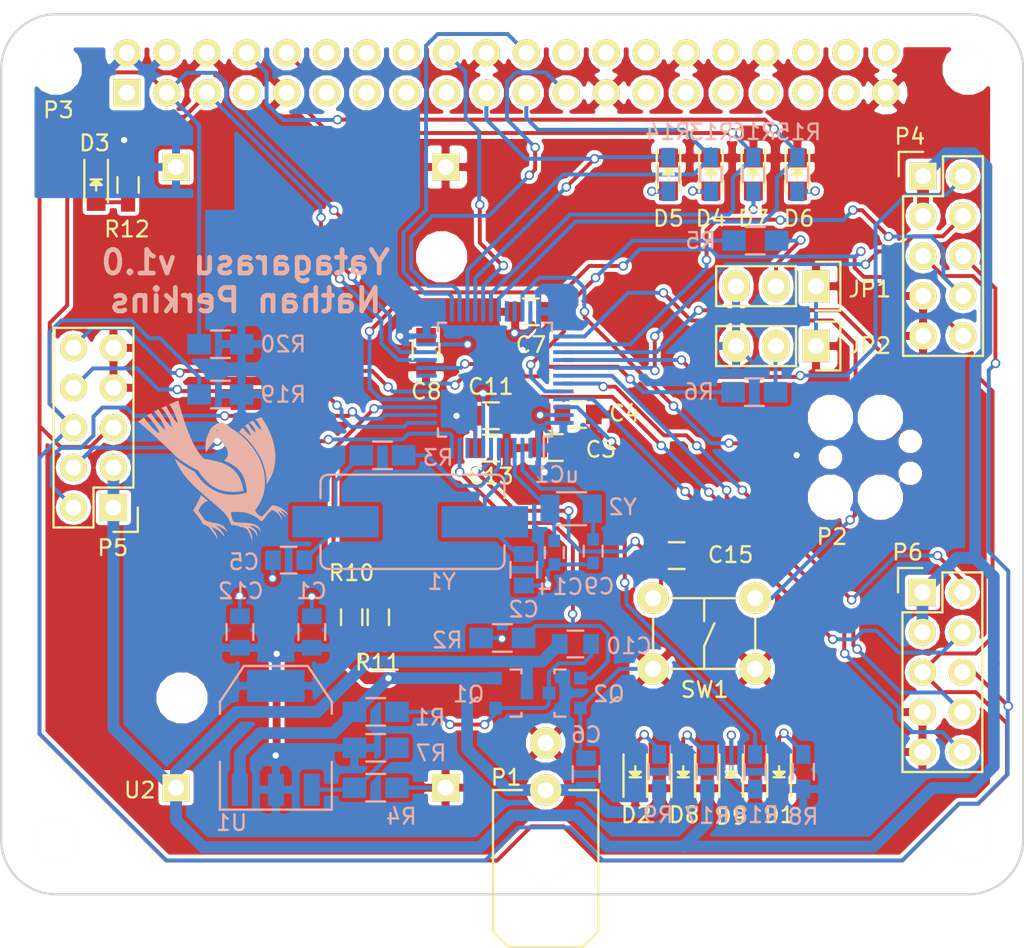
<source format=kicad_pcb>
(kicad_pcb (version 4) (host pcbnew 4.0.1-stable)
  (layers (0 F.Cu signal) (31 B.Cu signal hide) (34 B.Paste user) (35 F.Paste user) (36 B.SilkS user) (37 F.SilkS user) (38 B.Mask user) (39 F.Mask user) (44 Edge.Cuts user))
  (net 0 "")
  (net 1 +12V)
  (net 2 GND)
  (net 3 /3V3)
  (net 4 /OSC_IN)
  (net 5 /OSC32_IN)
  (net 6 /Buck_In)
  (net 7 /OSC32_OUT)
  (net 8 /NRST)
  (net 9 "Net-(D1-Pad2)")
  (net 10 "Net-(D2-Pad2)")
  (net 11 "Net-(D3-Pad2)")
  (net 12 "Net-(D4-Pad2)")
  (net 13 "Net-(D5-Pad2)")
  (net 14 "Net-(D6-Pad2)")
  (net 15 "Net-(D7-Pad2)")
  (net 16 "Net-(D8-Pad2)")
  (net 17 "Net-(D9-Pad2)")
  (net 18 "Net-(JP1-Pad2)")
  (net 19 "Net-(JP2-Pad2)")
  (net 20 /SWDIO)
  (net 21 /SWCLK)
  (net 22 /SWO)
  (net 23 /USART_CLK)
  (net 24 /USART_RX)
  (net 25 /USART_TX)
  (net 26 /SPI_SS)
  (net 27 /SPI_CLK)
  (net 28 /SPI_MOSI)
  (net 29 /SPI_MISO)
  (net 30 /I2C_SCL)
  (net 31 /I2C_SDA)
  (net 32 /5V)
  (net 33 /S_IO2)
  (net 34 /S_IO3)
  (net 35 /S_IO5)
  (net 36 /Step_PWM_1)
  (net 37 /Direction_1)
  (net 38 /nFault_1)
  (net 39 /ResSleep_1)
  (net 40 /Step_PWM_2)
  (net 41 /Direction_2)
  (net 42 /nFault_2)
  (net 43 /ResSleep_2)
  (net 44 /Step_PWM_3)
  (net 45 /Direction_3)
  (net 46 /nFault_3)
  (net 47 /ResSleep_3)
  (net 48 /Power_Control)
  (net 49 /BOOT0)
  (net 50 /BOOT1)
  (net 51 /OSC_OUT)
  (net 52 /Battery_Check)
  (net 53 /LowBat)
  (net 54 "Net-(uC1-Pad2)")
  (net 55 "Net-(uC1-Pad10)")
  (net 56 "Net-(uC1-Pad19)")
  (net 57 "Net-(uC1-Pad32)")
  (net 58 "Net-(uC1-Pad33)")
  (net 59 "Net-(C5-Pad1)")
  (net 60 "Net-(C10-Pad2)")
  (net 61 "Net-(P3-Pad1)")
  (net 62 "Net-(P3-Pad7)")
  (net 63 "Net-(P3-Pad11)")
  (net 64 "Net-(P3-Pad13)")
  (net 65 "Net-(P3-Pad15)")
  (net 66 "Net-(P3-Pad17)")
  (net 67 "Net-(P3-Pad24)")
  (net 68 "Net-(P3-Pad26)")
  (net 69 "Net-(P3-Pad27)")
  (net 70 "Net-(P3-Pad28)")
  (net 71 "Net-(P3-Pad29)")
  (net 72 "Net-(P3-Pad31)")
  (net 73 "Net-(P3-Pad32)")
  (net 74 "Net-(P3-Pad33)")
  (net 75 "Net-(P3-Pad35)")
  (net 76 "Net-(P3-Pad36)")
  (net 77 "Net-(P3-Pad37)")
  (net 78 "Net-(P3-Pad38)")
  (net 79 "Net-(P3-Pad40)")
  (net 80 "Net-(R4-Pad1)")
  (module NPFootprints:Raspberry_Pi_A+ (layer F.Cu) (at 60.96 88.9)
    (fp_text reference P3 (at 0.14 2.6) (layer F.SilkS))
    (fp_text value "Raspberry Pi A+ Connectors")
    (pad "" np_thru_hole circle (at 0 0) (size 2.75 2.75) (drill 2.75) (layers *.Cu *.Mask F.SilkS))
    (pad "" np_thru_hole circle (at 58 0) (size 2.75 2.75) (drill 2.75) (layers *.Cu *.Mask F.SilkS))
    (pad "" np_thru_hole circle (at 0 49) (size 2.75 2.75) (drill 2.75) (layers *.Cu *.Mask F.SilkS))
    (pad "" np_thru_hole circle (at 58 49) (size 2.75 2.75) (drill 2.75) (layers *.Cu *.Mask F.SilkS))
    (pad 1 thru_hole rect (at 4.5 1.5) (size 1.7272 1.7272) (drill 1.016) (layers *.Cu *.Mask F.SilkS) (net 61 "Net-(P3-Pad1)"))
    (pad 2 thru_hole circle (at 4.5 -1.04) (size 1.7272 1.7272) (drill 1.016) (layers *.Cu *.Mask F.SilkS) (net 32 /5V))
    (pad 3 thru_hole circle (at 7.04 1.5) (size 1.7272 1.7272) (drill 1.016) (layers *.Cu *.Mask F.SilkS) (net 31 /I2C_SDA))
    (pad 4 thru_hole circle (at 7.04 -1.04) (size 1.7272 1.7272) (drill 1.016) (layers *.Cu *.Mask F.SilkS) (net 32 /5V))
    (pad 5 thru_hole circle (at 9.58 1.5) (size 1.7272 1.7272) (drill 1.016) (layers *.Cu *.Mask F.SilkS) (net 30 /I2C_SCL))
    (pad 6 thru_hole circle (at 9.58 -1.04) (size 1.7272 1.7272) (drill 1.016) (layers *.Cu *.Mask F.SilkS) (net 2 GND))
    (pad 7 thru_hole circle (at 12.12 1.5) (size 1.7272 1.7272) (drill 1.016) (layers *.Cu *.Mask F.SilkS) (net 62 "Net-(P3-Pad7)"))
    (pad 8 thru_hole circle (at 12.12 -1.04) (size 1.7272 1.7272) (drill 1.016) (layers *.Cu *.Mask F.SilkS) (net 25 /USART_TX))
    (pad 9 thru_hole circle (at 14.66 1.5) (size 1.7272 1.7272) (drill 1.016) (layers *.Cu *.Mask F.SilkS) (net 2 GND))
    (pad 10 thru_hole circle (at 14.66 -1.04) (size 1.7272 1.7272) (drill 1.016) (layers *.Cu *.Mask F.SilkS) (net 24 /USART_RX))
    (pad 11 thru_hole circle (at 17.2 1.5) (size 1.7272 1.7272) (drill 1.016) (layers *.Cu *.Mask F.SilkS) (net 63 "Net-(P3-Pad11)"))
    (pad 12 thru_hole circle (at 17.2 -1.04) (size 1.7272 1.7272) (drill 1.016) (layers *.Cu *.Mask F.SilkS) (net 33 /S_IO2))
    (pad 13 thru_hole circle (at 19.74 1.5) (size 1.7272 1.7272) (drill 1.016) (layers *.Cu *.Mask F.SilkS) (net 64 "Net-(P3-Pad13)"))
    (pad 14 thru_hole circle (at 19.74 -1.04) (size 1.7272 1.7272) (drill 1.016) (layers *.Cu *.Mask F.SilkS) (net 34 /S_IO3))
    (pad 15 thru_hole circle (at 22.28 1.5) (size 1.7272 1.7272) (drill 1.016) (layers *.Cu *.Mask F.SilkS) (net 65 "Net-(P3-Pad15)"))
    (pad 16 thru_hole circle (at 22.28 -1.04) (size 1.7272 1.7272) (drill 1.016) (layers *.Cu *.Mask F.SilkS) (net 35 /S_IO5))
    (pad 17 thru_hole circle (at 24.82 1.5) (size 1.7272 1.7272) (drill 1.016) (layers *.Cu *.Mask F.SilkS) (net 66 "Net-(P3-Pad17)"))
    (pad 18 thru_hole circle (at 24.82 -1.04) (size 1.7272 1.7272) (drill 1.016) (layers *.Cu *.Mask F.SilkS) (net 23 /USART_CLK))
    (pad 19 thru_hole circle (at 27.36 1.5) (size 1.7272 1.7272) (drill 1.016) (layers *.Cu *.Mask F.SilkS) (net 28 /SPI_MOSI))
    (pad 20 thru_hole circle (at 27.36 -1.04) (size 1.7272 1.7272) (drill 1.016) (layers *.Cu *.Mask F.SilkS) (net 2 GND))
    (pad 21 thru_hole circle (at 29.9 1.5) (size 1.7272 1.7272) (drill 1.016) (layers *.Cu *.Mask F.SilkS) (net 29 /SPI_MISO))
    (pad 22 thru_hole circle (at 29.9 -1.04) (size 1.7272 1.7272) (drill 1.016) (layers *.Cu *.Mask F.SilkS) (net 26 /SPI_SS))
    (pad 23 thru_hole circle (at 32.44 1.5) (size 1.7272 1.7272) (drill 1.016) (layers *.Cu *.Mask F.SilkS) (net 27 /SPI_CLK))
    (pad 24 thru_hole circle (at 32.44 -1.04) (size 1.7272 1.7272) (drill 1.016) (layers *.Cu *.Mask F.SilkS) (net 67 "Net-(P3-Pad24)"))
    (pad 25 thru_hole circle (at 34.98 1.5) (size 1.7272 1.7272) (drill 1.016) (layers *.Cu *.Mask F.SilkS) (net 2 GND))
    (pad 26 thru_hole circle (at 34.98 -1.04) (size 1.7272 1.7272) (drill 1.016) (layers *.Cu *.Mask F.SilkS) (net 68 "Net-(P3-Pad26)"))
    (pad 27 thru_hole circle (at 37.52 1.5) (size 1.7272 1.7272) (drill 1.016) (layers *.Cu *.Mask F.SilkS) (net 69 "Net-(P3-Pad27)"))
    (pad 28 thru_hole circle (at 37.52 -1.04) (size 1.7272 1.7272) (drill 1.016) (layers *.Cu *.Mask F.SilkS) (net 70 "Net-(P3-Pad28)"))
    (pad 29 thru_hole circle (at 40.06 1.5) (size 1.7272 1.7272) (drill 1.016) (layers *.Cu *.Mask F.SilkS) (net 71 "Net-(P3-Pad29)"))
    (pad 30 thru_hole circle (at 40.06 -1.04) (size 1.7272 1.7272) (drill 1.016) (layers *.Cu *.Mask F.SilkS) (net 2 GND))
    (pad 31 thru_hole circle (at 42.6 1.5) (size 1.7272 1.7272) (drill 1.016) (layers *.Cu *.Mask F.SilkS) (net 72 "Net-(P3-Pad31)"))
    (pad 32 thru_hole circle (at 42.6 -1.04) (size 1.7272 1.7272) (drill 1.016) (layers *.Cu *.Mask F.SilkS) (net 73 "Net-(P3-Pad32)"))
    (pad 33 thru_hole circle (at 45.14 1.5) (size 1.7272 1.7272) (drill 1.016) (layers *.Cu *.Mask F.SilkS) (net 74 "Net-(P3-Pad33)"))
    (pad 34 thru_hole circle (at 45.14 -1.04) (size 1.7272 1.7272) (drill 1.016) (layers *.Cu *.Mask F.SilkS) (net 2 GND))
    (pad 35 thru_hole circle (at 47.68 1.5) (size 1.7272 1.7272) (drill 1.016) (layers *.Cu *.Mask F.SilkS) (net 75 "Net-(P3-Pad35)"))
    (pad 36 thru_hole circle (at 47.68 -1.04) (size 1.7272 1.7272) (drill 1.016) (layers *.Cu *.Mask F.SilkS) (net 76 "Net-(P3-Pad36)"))
    (pad 37 thru_hole circle (at 50.22 1.5) (size 1.7272 1.7272) (drill 1.016) (layers *.Cu *.Mask F.SilkS) (net 77 "Net-(P3-Pad37)"))
    (pad 38 thru_hole circle (at 50.22 -1.04) (size 1.7272 1.7272) (drill 1.016) (layers *.Cu *.Mask F.SilkS) (net 78 "Net-(P3-Pad38)"))
    (pad 39 thru_hole circle (at 52.76 1.5) (size 1.7272 1.7272) (drill 1.016) (layers *.Cu *.Mask F.SilkS) (net 2 GND))
    (pad 40 thru_hole circle (at 52.76 -1.04) (size 1.7272 1.7272) (drill 1.016) (layers *.Cu *.Mask F.SilkS) (net 79 "Net-(P3-Pad40)"))
  )
  (module Capacitors_SMD:C_0805 (layer B.Cu) (at 94.66 133.75 90)
    (fp_text reference C6 (at 2.5 0.01 180) (layer B.SilkS) (effects (justify mirror)))
    (fp_text value 1uF)
    (pad 1 smd rect (at -1 0 90) (size 1 1.25) (layers B.Cu B.Paste B.Mask) (net 1 +12V))
    (pad 2 smd rect (at 1 0 90) (size 1 1.25) (layers B.Cu B.Paste B.Mask) (net 2 GND))
  )
  (module Capacitors_SMD:C_0805 (layer B.Cu) (at 72.644 124.714 90)
    (fp_text reference C12 (at 2.614 0.056 180) (layer B.SilkS) (effects (justify mirror)))
    (fp_text value 1uF)
    (pad 1 smd rect (at -1 0 90) (size 1 1.25) (layers B.Cu B.Paste B.Mask) (net 3 /3V3))
    (pad 2 smd rect (at 1 0 90) (size 1 1.25) (layers B.Cu B.Paste B.Mask) (net 2 GND))
  )
  (module Capacitors_SMD:C_0805 (layer B.Cu) (at 77.216 124.714 90)
    (fp_text reference C1 (at 2.614 -0.016 180) (layer B.SilkS) (effects (justify mirror)))
    (fp_text value 100nF)
    (pad 1 smd rect (at -1 0 90) (size 1 1.25) (layers B.Cu B.Paste B.Mask) (net 3 /3V3))
    (pad 2 smd rect (at 1 0 90) (size 1 1.25) (layers B.Cu B.Paste B.Mask) (net 2 GND))
  )
  (module Capacitors_SMD:C_0805 (layer B.Cu) (at 90.7 120.75 270)
    (fp_text reference C2 (at 2.52 0.01 360) (layer B.SilkS) (effects (justify mirror)))
    (fp_text value 22pF)
    (pad 1 smd rect (at -1 0 270) (size 1 1.25) (layers B.Cu B.Paste B.Mask) (net 4 /OSC_IN))
    (pad 2 smd rect (at 1 0 270) (size 1 1.25) (layers B.Cu B.Paste B.Mask) (net 2 GND))
  )
  (module Capacitors_SMD:C_0805 (layer F.Cu) (at 92.675 112.973 180)
    (fp_text reference C3 (at -2.925 -0.127 180) (layer F.SilkS))
    (fp_text value 100nF)
    (pad 1 smd rect (at -1 0 180) (size 1 1.25) (layers F.Cu F.Paste F.Mask) (net 3 /3V3))
    (pad 2 smd rect (at 1 0 180) (size 1 1.25) (layers F.Cu F.Paste F.Mask) (net 2 GND))
  )
  (module Capacitors_SMD:C_0805 (layer F.Cu) (at 94.15 110.87)
    (fp_text reference C4 (at 2.95 -0.07) (layer F.SilkS))
    (fp_text value 100nF)
    (pad 1 smd rect (at -1 0) (size 1 1.25) (layers F.Cu F.Paste F.Mask) (net 3 /3V3))
    (pad 2 smd rect (at 1 0) (size 1 1.25) (layers F.Cu F.Paste F.Mask) (net 2 GND))
  )
  (module Capacitors_SMD:C_0805 (layer B.Cu) (at 75.74 120.14 180)
    (fp_text reference C5 (at 2.84 -0.11 180) (layer B.SilkS) (effects (justify mirror)))
    (fp_text value 22pF)
    (pad 1 smd rect (at -1 0 180) (size 1 1.25) (layers B.Cu B.Paste B.Mask) (net 59 "Net-(C5-Pad1)"))
    (pad 2 smd rect (at 1 0 180) (size 1 1.25) (layers B.Cu B.Paste B.Mask) (net 2 GND))
  )
  (module Capacitors_SMD:C_0805 (layer F.Cu) (at 91.151 104.337 180)
    (fp_text reference C7 (at 0 -2.1 180) (layer F.SilkS))
    (fp_text value 100nF)
    (pad 1 smd rect (at -1 0 180) (size 1 1.25) (layers F.Cu F.Paste F.Mask) (net 3 /3V3))
    (pad 2 smd rect (at 1 0 180) (size 1 1.25) (layers F.Cu F.Paste F.Mask) (net 2 GND))
  )
  (module Capacitors_SMD:C_0805 (layer F.Cu) (at 84.48 106.86 270)
    (fp_text reference C8 (at 2.54 -0.02 360) (layer F.SilkS))
    (fp_text value 10uF)
    (pad 1 smd rect (at -1 0 270) (size 1 1.25) (layers F.Cu F.Paste F.Mask) (net 3 /3V3))
    (pad 2 smd rect (at 1 0 270) (size 1 1.25) (layers F.Cu F.Paste F.Mask) (net 2 GND))
  )
  (module Capacitors_SMD:C_0805 (layer B.Cu) (at 93.98 125.476)
    (fp_text reference C10 (at 3.41 0.124) (layer B.SilkS) (effects (justify mirror)))
    (fp_text value 1nF)
    (pad 1 smd rect (at -1 0) (size 1 1.25) (layers B.Cu B.Paste B.Mask) (net 6 /Buck_In))
    (pad 2 smd rect (at 1 0) (size 1 1.25) (layers B.Cu B.Paste B.Mask) (net 60 "Net-(C10-Pad2)"))
  )
  (module Capacitors_SMD:C_0805 (layer F.Cu) (at 88.61 110.95)
    (fp_text reference C11 (at -0.01 -1.85) (layer F.SilkS))
    (fp_text value 100nF)
    (pad 1 smd rect (at -1 0) (size 1 1.25) (layers F.Cu F.Paste F.Mask) (net 3 /3V3))
    (pad 2 smd rect (at 1 0) (size 1 1.25) (layers F.Cu F.Paste F.Mask) (net 2 GND))
  )
  (module Capacitors_SMD:C_0805 (layer F.Cu) (at 88.61 113.01)
    (fp_text reference C13 (at -0.01 1.79) (layer F.SilkS))
    (fp_text value 1uF)
    (pad 1 smd rect (at -1 0) (size 1 1.25) (layers F.Cu F.Paste F.Mask) (net 3 /3V3))
    (pad 2 smd rect (at 1 0) (size 1 1.25) (layers F.Cu F.Paste F.Mask) (net 2 GND))
  )
  (module Capacitors_SMD:C_0805 (layer F.Cu) (at 100.42 119.85)
    (fp_text reference C15 (at 3.43 -0.05) (layer F.SilkS))
    (fp_text value 100nF)
    (pad 1 smd rect (at -1 0) (size 1 1.25) (layers F.Cu F.Paste F.Mask) (net 8 /NRST))
    (pad 2 smd rect (at 1 0) (size 1 1.25) (layers F.Cu F.Paste F.Mask) (net 2 GND))
  )
  (module LEDs:LED_0805 (layer F.Cu) (at 106.934 133.604 90)
    (fp_text reference D1 (at -2.746 0.016 180) (layer F.SilkS))
    (fp_text value LED)
    (pad 2 smd rect (at 1.04902 0 270) (size 1.19888 1.19888) (layers F.Cu F.Paste F.Mask) (net 9 "Net-(D1-Pad2)"))
    (pad 1 smd rect (at -1.04902 0 270) (size 1.19888 1.19888) (layers F.Cu F.Paste F.Mask) (net 2 GND))
  )
  (module LEDs:LED_0805 (layer F.Cu) (at 97.79 133.604 90)
    (fp_text reference D2 (at -2.746 0.06 180) (layer F.SilkS))
    (fp_text value LED)
    (pad 2 smd rect (at 1.04902 0 270) (size 1.19888 1.19888) (layers F.Cu F.Paste F.Mask) (net 10 "Net-(D2-Pad2)"))
    (pad 1 smd rect (at -1.04902 0 270) (size 1.19888 1.19888) (layers F.Cu F.Paste F.Mask) (net 2 GND))
  )
  (module LEDs:LED_0805 (layer F.Cu) (at 63.5 96.266 270)
    (fp_text reference D3 (at -2.666 0.1 360) (layer F.SilkS))
    (fp_text value LED)
    (pad 2 smd rect (at 1.04902 0 90) (size 1.19888 1.19888) (layers F.Cu F.Paste F.Mask) (net 11 "Net-(D3-Pad2)"))
    (pad 1 smd rect (at -1.04902 0 90) (size 1.19888 1.19888) (layers F.Cu F.Paste F.Mask) (net 2 GND))
  )
  (module LEDs:LED_0805 (layer F.Cu) (at 102.6 95.6 270)
    (fp_text reference D4 (at 2.8 0 360) (layer F.SilkS))
    (fp_text value LED)
    (pad 2 smd rect (at 1.04902 0 90) (size 1.19888 1.19888) (layers F.Cu F.Paste F.Mask) (net 12 "Net-(D4-Pad2)"))
    (pad 1 smd rect (at -1.04902 0 90) (size 1.19888 1.19888) (layers F.Cu F.Paste F.Mask) (net 2 GND))
  )
  (module LEDs:LED_0805 (layer F.Cu) (at 99.9 95.6 270)
    (fp_text reference D5 (at 2.8 0 360) (layer F.SilkS))
    (fp_text value LED)
    (pad 2 smd rect (at 1.04902 0 90) (size 1.19888 1.19888) (layers F.Cu F.Paste F.Mask) (net 13 "Net-(D5-Pad2)"))
    (pad 1 smd rect (at -1.04902 0 90) (size 1.19888 1.19888) (layers F.Cu F.Paste F.Mask) (net 2 GND))
  )
  (module LEDs:LED_0805 (layer F.Cu) (at 108.1 95.6 270)
    (fp_text reference D6 (at 2.8 -0.1 360) (layer F.SilkS))
    (fp_text value LED)
    (pad 2 smd rect (at 1.04902 0 90) (size 1.19888 1.19888) (layers F.Cu F.Paste F.Mask) (net 14 "Net-(D6-Pad2)"))
    (pad 1 smd rect (at -1.04902 0 90) (size 1.19888 1.19888) (layers F.Cu F.Paste F.Mask) (net 2 GND))
  )
  (module LEDs:LED_0805 (layer F.Cu) (at 105.3 95.6 270)
    (fp_text reference D7 (at 2.8 0 360) (layer F.SilkS))
    (fp_text value LED)
    (pad 2 smd rect (at 1.04902 0 90) (size 1.19888 1.19888) (layers F.Cu F.Paste F.Mask) (net 15 "Net-(D7-Pad2)"))
    (pad 1 smd rect (at -1.04902 0 90) (size 1.19888 1.19888) (layers F.Cu F.Paste F.Mask) (net 2 GND))
  )
  (module LEDs:LED_0805 (layer F.Cu) (at 100.838 133.604 90)
    (fp_text reference D8 (at -2.746 0.062 180) (layer F.SilkS))
    (fp_text value LED)
    (pad 2 smd rect (at 1.04902 0 270) (size 1.19888 1.19888) (layers F.Cu F.Paste F.Mask) (net 16 "Net-(D8-Pad2)"))
    (pad 1 smd rect (at -1.04902 0 270) (size 1.19888 1.19888) (layers F.Cu F.Paste F.Mask) (net 2 GND))
  )
  (module LEDs:LED_0805 (layer F.Cu) (at 103.886 133.604 90)
    (fp_text reference D9 (at -2.846 0.014 180) (layer F.SilkS))
    (fp_text value LED)
    (pad 2 smd rect (at 1.04902 0 270) (size 1.19888 1.19888) (layers F.Cu F.Paste F.Mask) (net 17 "Net-(D9-Pad2)"))
    (pad 1 smd rect (at -1.04902 0 270) (size 1.19888 1.19888) (layers F.Cu F.Paste F.Mask) (net 2 GND))
  )
  (module Pin_Headers:Pin_Header_Straight_1x03 (layer F.Cu) (at 109.282 102.706 270)
    (fp_text reference JP1 (at 0.194 -3.418 360) (layer F.SilkS))
    (fp_text value BOOT0)
    (pad 1 thru_hole rect (at 0 0 270) (size 2.032 1.7272) (drill 1.016) (layers *.Cu *.Mask F.SilkS) (net 2 GND))
    (pad 2 thru_hole oval (at 0 2.54 270) (size 2.032 1.7272) (drill 1.016) (layers *.Cu *.Mask F.SilkS) (net 18 "Net-(JP1-Pad2)"))
    (pad 3 thru_hole oval (at 0 5.08 270) (size 2.032 1.7272) (drill 1.016) (layers *.Cu *.Mask F.SilkS) (net 3 /3V3))
  )
  (module Pin_Headers:Pin_Header_Straight_1x03 (layer F.Cu) (at 109.282 106.516 270)
    (fp_text reference JP2 (at -0.016 -3.418 360) (layer F.SilkS))
    (fp_text value BOOT1)
    (pad 1 thru_hole rect (at 0 0 270) (size 2.032 1.7272) (drill 1.016) (layers *.Cu *.Mask F.SilkS) (net 2 GND))
    (pad 2 thru_hole oval (at 0 2.54 270) (size 2.032 1.7272) (drill 1.016) (layers *.Cu *.Mask F.SilkS) (net 19 "Net-(JP2-Pad2)"))
    (pad 3 thru_hole oval (at 0 5.08 270) (size 2.032 1.7272) (drill 1.016) (layers *.Cu *.Mask F.SilkS) (net 3 /3V3))
  )
  (module NPFootprints:Tag-Connect_6P_Leads (layer F.Cu) (at 110.2 113.6)
    (fp_text reference P2 (at 0.1 5.05) (layer F.SilkS))
    (fp_text value SWD)
    (pad "" np_thru_hole circle (at 0 0) (size 0.991 0.991) (drill 0.991) (layers *.Cu *.Mask F.SilkS))
    (pad 2 smd circle (at 1.27 -0.635) (size 0.787 0.787) (layers F.Cu F.Paste F.Mask) (net 20 /SWDIO))
    (pad 1 smd circle (at 1.27 0.635) (size 0.787 0.787) (layers F.Cu F.Paste F.Mask) (net 3 /3V3))
    (pad 4 smd circle (at 2.54 -0.635) (size 0.787 0.787) (layers F.Cu F.Paste F.Mask) (net 21 /SWCLK))
    (pad 3 smd circle (at 2.54 0.635) (size 0.787 0.787) (layers F.Cu F.Paste F.Mask) (net 8 /NRST))
    (pad 5 smd circle (at 3.81 0.635) (size 0.787 0.787) (layers F.Cu F.Paste F.Mask) (net 2 GND))
    (pad 6 smd circle (at 3.81 -0.635) (size 0.787 0.787) (layers F.Cu F.Paste F.Mask) (net 22 /SWO))
    (pad "" np_thru_hole circle (at 5.08 -1.016) (size 0.991 0.991) (drill 0.991) (layers *.Cu *.Mask F.SilkS))
    (pad "" np_thru_hole circle (at 5.08 1.016) (size 0.991 0.991) (drill 0.991) (layers *.Cu *.Mask F.SilkS))
    (pad "" np_thru_hole circle (at 0 -2.54) (size 2.375 2.375) (drill 2.375) (layers *.Cu *.Mask F.SilkS))
    (pad "" np_thru_hole circle (at 3.175 -2.54) (size 2.375 2.375) (drill 2.375) (layers *.Cu *.Mask F.SilkS))
    (pad "" np_thru_hole circle (at 0 2.54) (size 2.375 2.375) (drill 2.375) (layers *.Cu *.Mask F.SilkS))
    (pad "" np_thru_hole circle (at 3.175 2.54) (size 2.375 2.375) (drill 2.375) (layers *.Cu *.Mask F.SilkS))
  )
  (module TO_SOT_Packages_SMD:SOT-23 (layer B.Cu) (at 93.3 128.6 270)
    (fp_text reference Q1 (at 0.07 6.11 360) (layer B.SilkS) (effects (justify mirror)))
    (fp_text value 2N7002)
    (pad 1 smd rect (at -0.95 -1.00076 270) (size 0.8001 0.8001) (layers B.Cu B.Paste B.Mask) (net 48 /Power_Control))
    (pad 2 smd rect (at 0.95 -1.00076 270) (size 0.8001 0.8001) (layers B.Cu B.Paste B.Mask) (net 2 GND))
    (pad 3 smd rect (at 0 0.99822 270) (size 0.8001 0.8001) (layers B.Cu B.Paste B.Mask) (net 60 "Net-(C10-Pad2)"))
  )
  (module TO_SOT_Packages_SMD:SOT-23 (layer B.Cu) (at 89.9 128.6 90)
    (fp_text reference Q2 (at -0.05 6.21 180) (layer B.SilkS) (effects (justify mirror)))
    (fp_text value Si2343CDS)
    (pad 1 smd rect (at -0.95 -1.00076 90) (size 0.8001 0.8001) (layers B.Cu B.Paste B.Mask) (net 60 "Net-(C10-Pad2)"))
    (pad 2 smd rect (at 0.95 -1.00076 90) (size 0.8001 0.8001) (layers B.Cu B.Paste B.Mask) (net 1 +12V))
    (pad 3 smd rect (at 0 0.99822 90) (size 0.8001 0.8001) (layers B.Cu B.Paste B.Mask) (net 6 /Buck_In))
  )
  (module Resistors_SMD:R_0805_HandSoldering (layer B.Cu) (at 89.33 125.09 180)
    (fp_text reference R2 (at 3.5 -0.14 180) (layer B.SilkS) (effects (justify mirror)))
    (fp_text value 10K)
    (pad 1 smd rect (at -1.35 0 180) (size 1.5 1.3) (layers B.Cu B.Paste B.Mask) (net 48 /Power_Control))
    (pad 2 smd rect (at 1.35 0 180) (size 1.5 1.3) (layers B.Cu B.Paste B.Mask) (net 2 GND))
  )
  (module Resistors_SMD:R_0805_HandSoldering (layer B.Cu) (at 81.28 129.794)
    (fp_text reference R1 (at 3.45 0.356) (layer B.SilkS) (effects (justify mirror)))
    (fp_text value 10K)
    (pad 1 smd rect (at -1.35 0) (size 1.5 1.3) (layers B.Cu B.Paste B.Mask) (net 1 +12V))
    (pad 2 smd rect (at 1.35 0) (size 1.5 1.3) (layers B.Cu B.Paste B.Mask) (net 60 "Net-(C10-Pad2)"))
  )
  (module Resistors_SMD:R_0805_HandSoldering (layer B.Cu) (at 105.42 99.81 180)
    (fp_text reference R5 (at 3.47 0 180) (layer B.SilkS) (effects (justify mirror)))
    (fp_text value 10K)
    (pad 1 smd rect (at -1.35 0 180) (size 1.5 1.3) (layers B.Cu B.Paste B.Mask) (net 18 "Net-(JP1-Pad2)"))
    (pad 2 smd rect (at 1.35 0 180) (size 1.5 1.3) (layers B.Cu B.Paste B.Mask) (net 49 /BOOT0))
  )
  (module Resistors_SMD:R_0805_HandSoldering (layer B.Cu) (at 105.36 109.45 180)
    (fp_text reference R6 (at 3.535 0.025 180) (layer B.SilkS) (effects (justify mirror)))
    (fp_text value 10K)
    (pad 1 smd rect (at -1.35 0 180) (size 1.5 1.3) (layers B.Cu B.Paste B.Mask) (net 19 "Net-(JP2-Pad2)"))
    (pad 2 smd rect (at 1.35 0 180) (size 1.5 1.3) (layers B.Cu B.Paste B.Mask) (net 50 /BOOT1))
  )
  (module Resistors_SMD:R_0805_HandSoldering (layer B.Cu) (at 81.71 113.47 180)
    (fp_text reference R3 (at -3.54 -0.15 180) (layer B.SilkS) (effects (justify mirror)))
    (fp_text value 910)
    (pad 1 smd rect (at -1.35 0 180) (size 1.5 1.3) (layers B.Cu B.Paste B.Mask) (net 51 /OSC_OUT))
    (pad 2 smd rect (at 1.35 0 180) (size 1.5 1.3) (layers B.Cu B.Paste B.Mask) (net 59 "Net-(C5-Pad1)"))
  )
  (module Resistors_SMD:R_0805_HandSoldering (layer B.Cu) (at 71.4 106.4 180)
    (fp_text reference R20 (at -4 0 180) (layer B.SilkS) (effects (justify mirror)))
    (fp_text value R_I2C)
    (pad 1 smd rect (at -1.35 0 180) (size 1.5 1.3) (layers B.Cu B.Paste B.Mask) (net 3 /3V3))
    (pad 2 smd rect (at 1.35 0 180) (size 1.5 1.3) (layers B.Cu B.Paste B.Mask) (net 31 /I2C_SDA))
  )
  (module Resistors_SMD:R_0805_HandSoldering (layer B.Cu) (at 71.4 109.6 180)
    (fp_text reference R19 (at -4 0 180) (layer B.SilkS) (effects (justify mirror)))
    (fp_text value R_I2C)
    (pad 1 smd rect (at -1.35 0 180) (size 1.5 1.3) (layers B.Cu B.Paste B.Mask) (net 3 /3V3))
    (pad 2 smd rect (at 1.35 0 180) (size 1.5 1.3) (layers B.Cu B.Paste B.Mask) (net 30 /I2C_SCL))
  )
  (module NPFootprints:Seeedstudio_5V_Buck (layer F.Cu) (at 68.58 134.62 90)
    (fp_text reference U2 (at -0.16 -2.31 180) (layer F.SilkS))
    (fp_text value Seeedstudio_Buck_5v)
    (pad 1 thru_hole rect (at 0 0 90) (size 1.7272 1.7272) (drill 1.016) (layers *.Cu *.Mask F.SilkS) (net 6 /Buck_In))
    (pad "" np_thru_hole circle (at 5.715 0.381 90) (size 2.75 2.75) (drill 2.75) (layers *.Cu *.Mask F.SilkS))
    (pad "" np_thru_hole circle (at 33.782 16.891 90) (size 2.75 2.75) (drill 2.75) (layers *.Cu *.Mask F.SilkS))
    (pad 2 thru_hole rect (at 0 17.145 90) (size 1.7272 1.7272) (drill 1.016) (layers *.Cu *.Mask F.SilkS) (net 2 GND))
    (pad 3 thru_hole rect (at 39.497 0 90) (size 1.7272 1.7272) (drill 1.016) (layers *.Cu *.Mask F.SilkS) (net 32 /5V))
    (pad 4 thru_hole rect (at 39.497 17.145 90) (size 1.7272 1.7272) (drill 1.016) (layers *.Cu *.Mask F.SilkS) (net 2 GND))
  )
  (module Housings_QFP:LQFP-48_7x7mm_Pitch0.5mm (layer B.Cu) (at 88.865 108.655 90)
    (fp_text reference uC1 (at -6.045 3.935 180) (layer B.SilkS) (effects (justify mirror)))
    (fp_text value STM32F103CBT6)
    (pad 1 smd rect (at -4.35 2.75 90) (size 1.3 0.25) (layers B.Cu B.Paste B.Mask) (net 3 /3V3))
    (pad 2 smd rect (at -4.35 2.25 90) (size 1.3 0.25) (layers B.Cu B.Paste B.Mask) (net 54 "Net-(uC1-Pad2)"))
    (pad 3 smd rect (at -4.35 1.75 90) (size 1.3 0.25) (layers B.Cu B.Paste B.Mask) (net 5 /OSC32_IN))
    (pad 4 smd rect (at -4.35 1.25 90) (size 1.3 0.25) (layers B.Cu B.Paste B.Mask) (net 7 /OSC32_OUT))
    (pad 5 smd rect (at -4.35 0.75 90) (size 1.3 0.25) (layers B.Cu B.Paste B.Mask) (net 4 /OSC_IN))
    (pad 6 smd rect (at -4.35 0.25 90) (size 1.3 0.25) (layers B.Cu B.Paste B.Mask) (net 51 /OSC_OUT))
    (pad 7 smd rect (at -4.35 -0.25 90) (size 1.3 0.25) (layers B.Cu B.Paste B.Mask) (net 8 /NRST))
    (pad 8 smd rect (at -4.35 -0.75 90) (size 1.3 0.25) (layers B.Cu B.Paste B.Mask) (net 2 GND))
    (pad 9 smd rect (at -4.35 -1.25 90) (size 1.3 0.25) (layers B.Cu B.Paste B.Mask) (net 3 /3V3))
    (pad 10 smd rect (at -4.35 -1.75 90) (size 1.3 0.25) (layers B.Cu B.Paste B.Mask) (net 55 "Net-(uC1-Pad10)"))
    (pad 11 smd rect (at -4.35 -2.25 90) (size 1.3 0.25) (layers B.Cu B.Paste B.Mask) (net 48 /Power_Control))
    (pad 12 smd rect (at -4.35 -2.75 90) (size 1.3 0.25) (layers B.Cu B.Paste B.Mask) (net 42 /nFault_2))
    (pad 13 smd rect (at -2.75 -4.35) (size 1.3 0.25) (layers B.Cu B.Paste B.Mask) (net 41 /Direction_2))
    (pad 14 smd rect (at -2.25 -4.35) (size 1.3 0.25) (layers B.Cu B.Paste B.Mask) (net 43 /ResSleep_2))
    (pad 15 smd rect (at -1.75 -4.35) (size 1.3 0.25) (layers B.Cu B.Paste B.Mask) (net 52 /Battery_Check))
    (pad 16 smd rect (at -1.25 -4.35) (size 1.3 0.25) (layers B.Cu B.Paste B.Mask) (net 36 /Step_PWM_1))
    (pad 17 smd rect (at -0.75 -4.35) (size 1.3 0.25) (layers B.Cu B.Paste B.Mask) (net 40 /Step_PWM_2))
    (pad 18 smd rect (at -0.25 -4.35) (size 1.3 0.25) (layers B.Cu B.Paste B.Mask) (net 44 /Step_PWM_3))
    (pad 19 smd rect (at 0.25 -4.35) (size 1.3 0.25) (layers B.Cu B.Paste B.Mask) (net 56 "Net-(uC1-Pad19)"))
    (pad 20 smd rect (at 0.75 -4.35) (size 1.3 0.25) (layers B.Cu B.Paste B.Mask) (net 50 /BOOT1))
    (pad 21 smd rect (at 1.25 -4.35) (size 1.3 0.25) (layers B.Cu B.Paste B.Mask) (net 30 /I2C_SCL))
    (pad 22 smd rect (at 1.75 -4.35) (size 1.3 0.25) (layers B.Cu B.Paste B.Mask) (net 31 /I2C_SDA))
    (pad 23 smd rect (at 2.25 -4.35) (size 1.3 0.25) (layers B.Cu B.Paste B.Mask) (net 2 GND))
    (pad 24 smd rect (at 2.75 -4.35) (size 1.3 0.25) (layers B.Cu B.Paste B.Mask) (net 3 /3V3))
    (pad 25 smd rect (at 4.35 -2.75 90) (size 1.3 0.25) (layers B.Cu B.Paste B.Mask) (net 26 /SPI_SS))
    (pad 26 smd rect (at 4.35 -2.25 90) (size 1.3 0.25) (layers B.Cu B.Paste B.Mask) (net 27 /SPI_CLK))
    (pad 27 smd rect (at 4.35 -1.75 90) (size 1.3 0.25) (layers B.Cu B.Paste B.Mask) (net 29 /SPI_MISO))
    (pad 28 smd rect (at 4.35 -1.25 90) (size 1.3 0.25) (layers B.Cu B.Paste B.Mask) (net 28 /SPI_MOSI))
    (pad 29 smd rect (at 4.35 -0.75 90) (size 1.3 0.25) (layers B.Cu B.Paste B.Mask) (net 23 /USART_CLK))
    (pad 30 smd rect (at 4.35 -0.25 90) (size 1.3 0.25) (layers B.Cu B.Paste B.Mask) (net 24 /USART_RX))
    (pad 31 smd rect (at 4.35 0.25 90) (size 1.3 0.25) (layers B.Cu B.Paste B.Mask) (net 25 /USART_TX))
    (pad 32 smd rect (at 4.35 0.75 90) (size 1.3 0.25) (layers B.Cu B.Paste B.Mask) (net 57 "Net-(uC1-Pad32)"))
    (pad 33 smd rect (at 4.35 1.25 90) (size 1.3 0.25) (layers B.Cu B.Paste B.Mask) (net 58 "Net-(uC1-Pad33)"))
    (pad 34 smd rect (at 4.35 1.75 90) (size 1.3 0.25) (layers B.Cu B.Paste B.Mask) (net 20 /SWDIO))
    (pad 35 smd rect (at 4.35 2.25 90) (size 1.3 0.25) (layers B.Cu B.Paste B.Mask) (net 2 GND))
    (pad 36 smd rect (at 4.35 2.75 90) (size 1.3 0.25) (layers B.Cu B.Paste B.Mask) (net 3 /3V3))
    (pad 37 smd rect (at 2.75 4.35) (size 1.3 0.25) (layers B.Cu B.Paste B.Mask) (net 21 /SWCLK))
    (pad 38 smd rect (at 2.25 4.35) (size 1.3 0.25) (layers B.Cu B.Paste B.Mask) (net 37 /Direction_1))
    (pad 39 smd rect (at 1.75 4.35) (size 1.3 0.25) (layers B.Cu B.Paste B.Mask) (net 22 /SWO))
    (pad 40 smd rect (at 1.25 4.35) (size 1.3 0.25) (layers B.Cu B.Paste B.Mask) (net 39 /ResSleep_1))
    (pad 41 smd rect (at 0.75 4.35) (size 1.3 0.25) (layers B.Cu B.Paste B.Mask) (net 38 /nFault_1))
    (pad 42 smd rect (at 0.25 4.35) (size 1.3 0.25) (layers B.Cu B.Paste B.Mask) (net 45 /Direction_3))
    (pad 43 smd rect (at -0.25 4.35) (size 1.3 0.25) (layers B.Cu B.Paste B.Mask) (net 47 /ResSleep_3))
    (pad 44 smd rect (at -0.75 4.35) (size 1.3 0.25) (layers B.Cu B.Paste B.Mask) (net 49 /BOOT0))
    (pad 45 smd rect (at -1.25 4.35) (size 1.3 0.25) (layers B.Cu B.Paste B.Mask) (net 46 /nFault_3))
    (pad 46 smd rect (at -1.75 4.35) (size 1.3 0.25) (layers B.Cu B.Paste B.Mask) (net 53 /LowBat))
    (pad 47 smd rect (at -2.25 4.35) (size 1.3 0.25) (layers B.Cu B.Paste B.Mask) (net 2 GND))
    (pad 48 smd rect (at -2.75 4.35) (size 1.3 0.25) (layers B.Cu B.Paste B.Mask) (net 3 /3V3))
  )
  (module Resistors_SMD:R_0805_HandSoldering (layer B.Cu) (at 81.28 132.08)
    (fp_text reference R7 (at 3.52 0.34) (layer B.SilkS) (effects (justify mirror)))
    (fp_text value 240)
    (pad 1 smd rect (at -1.35 0) (size 1.5 1.3) (layers B.Cu B.Paste B.Mask) (net 3 /3V3))
    (pad 2 smd rect (at 1.35 0) (size 1.5 1.3) (layers B.Cu B.Paste B.Mask) (net 80 "Net-(R4-Pad1)"))
  )
  (module Resistors_SMD:R_0805_HandSoldering (layer B.Cu) (at 81.28 134.62)
    (fp_text reference R4 (at 1.63 1.83) (layer B.SilkS) (effects (justify mirror)))
    (fp_text value 390)
    (pad 1 smd rect (at -1.35 0) (size 1.5 1.3) (layers B.Cu B.Paste B.Mask) (net 80 "Net-(R4-Pad1)"))
    (pad 2 smd rect (at 1.35 0) (size 1.5 1.3) (layers B.Cu B.Paste B.Mask) (net 2 GND))
  )
  (module TO_SOT_Packages_SMD:SOT-223 (layer B.Cu) (at 74.93 131.445 180)
    (fp_text reference U1 (at 2.82 -5.405 180) (layer B.SilkS) (effects (justify mirror)))
    (fp_text value LM317)
    (pad 4 smd rect (at 0 3.302 180) (size 3.6576 2.032) (layers B.Cu B.Paste B.Mask) (net 3 /3V3))
    (pad 2 smd rect (at 0 -3.302 180) (size 1.016 2.032) (layers B.Cu B.Paste B.Mask) (net 3 /3V3))
    (pad 3 smd rect (at 2.286 -3.302 180) (size 1.016 2.032) (layers B.Cu B.Paste B.Mask) (net 1 +12V))
    (pad 1 smd rect (at -2.286 -3.302 180) (size 1.016 2.032) (layers B.Cu B.Paste B.Mask) (net 80 "Net-(R4-Pad1)"))
  )
  (module Pin_Headers:Pin_Header_Straight_2x05 (layer F.Cu) (at 116.09 95.71)
    (fp_text reference P4 (at -0.84 -2.53) (layer F.SilkS))
    (fp_text value Harwin-10P)
    (pad 1 thru_hole rect (at 0 0) (size 1.7272 1.7272) (drill 1.016) (layers *.Cu *.Mask F.SilkS) (net 6 /Buck_In))
    (pad 2 thru_hole oval (at 2.54 0) (size 1.7272 1.7272) (drill 1.016) (layers *.Cu *.Mask F.SilkS) (net 39 /ResSleep_1))
    (pad 3 thru_hole oval (at 0 2.54) (size 1.7272 1.7272) (drill 1.016) (layers *.Cu *.Mask F.SilkS) (net 6 /Buck_In))
    (pad 4 thru_hole oval (at 2.54 2.54) (size 1.7272 1.7272) (drill 1.016) (layers *.Cu *.Mask F.SilkS) (net 38 /nFault_1))
    (pad 5 thru_hole oval (at 0 5.08) (size 1.7272 1.7272) (drill 1.016) (layers *.Cu *.Mask F.SilkS) (net 31 /I2C_SDA))
    (pad 6 thru_hole oval (at 2.54 5.08) (size 1.7272 1.7272) (drill 1.016) (layers *.Cu *.Mask F.SilkS) (net 30 /I2C_SCL))
    (pad 7 thru_hole oval (at 0 7.62) (size 1.7272 1.7272) (drill 1.016) (layers *.Cu *.Mask F.SilkS) (net 2 GND))
    (pad 8 thru_hole oval (at 2.54 7.62) (size 1.7272 1.7272) (drill 1.016) (layers *.Cu *.Mask F.SilkS) (net 37 /Direction_1))
    (pad 9 thru_hole oval (at 0 10.16) (size 1.7272 1.7272) (drill 1.016) (layers *.Cu *.Mask F.SilkS) (net 2 GND))
    (pad 10 thru_hole oval (at 2.54 10.16) (size 1.7272 1.7272) (drill 1.016) (layers *.Cu *.Mask F.SilkS) (net 36 /Step_PWM_1))
  )
  (module Pin_Headers:Pin_Header_Straight_2x05 (layer F.Cu) (at 64.6 116.79 180)
    (fp_text reference P5 (at 0.04 -2.57 180) (layer F.SilkS))
    (fp_text value Harwin-10P)
    (pad 1 thru_hole rect (at 0 0 180) (size 1.7272 1.7272) (drill 1.016) (layers *.Cu *.Mask F.SilkS) (net 6 /Buck_In))
    (pad 2 thru_hole oval (at 2.54 0 180) (size 1.7272 1.7272) (drill 1.016) (layers *.Cu *.Mask F.SilkS) (net 43 /ResSleep_2))
    (pad 3 thru_hole oval (at 0 2.54 180) (size 1.7272 1.7272) (drill 1.016) (layers *.Cu *.Mask F.SilkS) (net 6 /Buck_In))
    (pad 4 thru_hole oval (at 2.54 2.54 180) (size 1.7272 1.7272) (drill 1.016) (layers *.Cu *.Mask F.SilkS) (net 42 /nFault_2))
    (pad 5 thru_hole oval (at 0 5.08 180) (size 1.7272 1.7272) (drill 1.016) (layers *.Cu *.Mask F.SilkS) (net 31 /I2C_SDA))
    (pad 6 thru_hole oval (at 2.54 5.08 180) (size 1.7272 1.7272) (drill 1.016) (layers *.Cu *.Mask F.SilkS) (net 30 /I2C_SCL))
    (pad 7 thru_hole oval (at 0 7.62 180) (size 1.7272 1.7272) (drill 1.016) (layers *.Cu *.Mask F.SilkS) (net 2 GND))
    (pad 8 thru_hole oval (at 2.54 7.62 180) (size 1.7272 1.7272) (drill 1.016) (layers *.Cu *.Mask F.SilkS) (net 41 /Direction_2))
    (pad 9 thru_hole oval (at 0 10.16 180) (size 1.7272 1.7272) (drill 1.016) (layers *.Cu *.Mask F.SilkS) (net 2 GND))
    (pad 10 thru_hole oval (at 2.54 10.16 180) (size 1.7272 1.7272) (drill 1.016) (layers *.Cu *.Mask F.SilkS) (net 40 /Step_PWM_2))
  )
  (module Pin_Headers:Pin_Header_Straight_2x05 (layer F.Cu) (at 116.05 122.19)
    (fp_text reference P6 (at -0.94 -2.55) (layer F.SilkS))
    (fp_text value Harwin-10P)
    (pad 1 thru_hole rect (at 0 0) (size 1.7272 1.7272) (drill 1.016) (layers *.Cu *.Mask F.SilkS) (net 6 /Buck_In))
    (pad 2 thru_hole oval (at 2.54 0) (size 1.7272 1.7272) (drill 1.016) (layers *.Cu *.Mask F.SilkS) (net 47 /ResSleep_3))
    (pad 3 thru_hole oval (at 0 2.54) (size 1.7272 1.7272) (drill 1.016) (layers *.Cu *.Mask F.SilkS) (net 6 /Buck_In))
    (pad 4 thru_hole oval (at 2.54 2.54) (size 1.7272 1.7272) (drill 1.016) (layers *.Cu *.Mask F.SilkS) (net 46 /nFault_3))
    (pad 5 thru_hole oval (at 0 5.08) (size 1.7272 1.7272) (drill 1.016) (layers *.Cu *.Mask F.SilkS) (net 31 /I2C_SDA))
    (pad 6 thru_hole oval (at 2.54 5.08) (size 1.7272 1.7272) (drill 1.016) (layers *.Cu *.Mask F.SilkS) (net 30 /I2C_SCL))
    (pad 7 thru_hole oval (at 0 7.62) (size 1.7272 1.7272) (drill 1.016) (layers *.Cu *.Mask F.SilkS) (net 2 GND))
    (pad 8 thru_hole oval (at 2.54 7.62) (size 1.7272 1.7272) (drill 1.016) (layers *.Cu *.Mask F.SilkS) (net 45 /Direction_3))
    (pad 9 thru_hole oval (at 0 10.16) (size 1.7272 1.7272) (drill 1.016) (layers *.Cu *.Mask F.SilkS) (net 2 GND))
    (pad 10 thru_hole oval (at 2.54 10.16) (size 1.7272 1.7272) (drill 1.016) (layers *.Cu *.Mask F.SilkS) (net 44 /Step_PWM_3))
  )
  (module Capacitors_SMD:C_0603 (layer B.Cu) (at 95.11 119.57 270)
    (fp_text reference C9 (at 2.24 -0.38 360) (layer B.SilkS) (effects (justify mirror)))
    (fp_text value 4.7pF)
    (pad 1 smd rect (at -0.75 0 270) (size 0.8 0.75) (layers B.Cu B.Paste B.Mask) (net 5 /OSC32_IN))
    (pad 2 smd rect (at 0.75 0 270) (size 0.8 0.75) (layers B.Cu B.Paste B.Mask) (net 2 GND))
  )
  (module Capacitors_SMD:C_0603 (layer B.Cu) (at 92.64 119.66 270)
    (fp_text reference C14 (at 2.18 -0.39 360) (layer B.SilkS) (effects (justify mirror)))
    (fp_text value 4.7pF)
    (pad 1 smd rect (at -0.75 0 270) (size 0.8 0.75) (layers B.Cu B.Paste B.Mask) (net 7 /OSC32_OUT))
    (pad 2 smd rect (at 0.75 0 270) (size 0.8 0.75) (layers B.Cu B.Paste B.Mask) (net 2 GND))
  )
  (module NPFootprints:Molex_MicroFit_3.0_RightAngle (layer F.Cu) (at 92.09 131.77)
    (fp_text reference P1 (at -2.51 2.2) (layer F.SilkS))
    (fp_text value "Battery Input")
    (pad 1 thru_hole circle (at 0 0) (size 2 2) (drill 1.02) (layers *.Cu *.Mask F.SilkS) (net 2 GND))
    (pad 2 thru_hole circle (at 0 3) (size 2 2) (drill 1.02) (layers *.Cu *.Mask F.SilkS) (net 1 +12V))
    (pad "" np_thru_hole circle (at 0 7.32) (size 3 3) (drill 3) (layers *.Cu *.Mask F.SilkS))
  )
  (module Resistors_SMD:R_0603_HandSoldering (layer B.Cu) (at 108.47 133.6 90)
    (fp_text reference R8 (at -2.86 -0.01 180) (layer B.SilkS) (effects (justify mirror)))
    (fp_text value 68)
    (pad 1 smd rect (at -1.1 0 90) (size 1.2 0.9) (layers B.Cu B.Paste B.Mask) (net 3 /3V3))
    (pad 2 smd rect (at 1.1 0 90) (size 1.2 0.9) (layers B.Cu B.Paste B.Mask) (net 9 "Net-(D1-Pad2)"))
  )
  (module Resistors_SMD:R_0603_HandSoldering (layer B.Cu) (at 99.31 133.6 90)
    (fp_text reference R9 (at -2.75 -0.07 180) (layer B.SilkS) (effects (justify mirror)))
    (fp_text value 560)
    (pad 1 smd rect (at -1.1 0 90) (size 1.2 0.9) (layers B.Cu B.Paste B.Mask) (net 1 +12V))
    (pad 2 smd rect (at 1.1 0 90) (size 1.2 0.9) (layers B.Cu B.Paste B.Mask) (net 10 "Net-(D2-Pad2)"))
  )
  (module Resistors_SMD:R_0603_HandSoldering (layer F.Cu) (at 79.75 123.77 90)
    (fp_text reference R10 (at 2.82 -0.01 180) (layer F.SilkS))
    (fp_text value R)
    (pad 1 smd rect (at -1.1 0 90) (size 1.2 0.9) (layers F.Cu F.Paste F.Mask) (net 1 +12V))
    (pad 2 smd rect (at 1.1 0 90) (size 1.2 0.9) (layers F.Cu F.Paste F.Mask) (net 52 /Battery_Check))
  )
  (module Resistors_SMD:R_0603_HandSoldering (layer F.Cu) (at 81.45 123.77 270)
    (fp_text reference R11 (at 2.88 0.03 360) (layer F.SilkS))
    (fp_text value R)
    (pad 1 smd rect (at -1.1 0 270) (size 1.2 0.9) (layers F.Cu F.Paste F.Mask) (net 52 /Battery_Check))
    (pad 2 smd rect (at 1.1 0 270) (size 1.2 0.9) (layers F.Cu F.Paste F.Mask) (net 2 GND))
  )
  (module Resistors_SMD:R_0603_HandSoldering (layer F.Cu) (at 65.532 96.266 270)
    (fp_text reference R12 (at 2.814 0.072 360) (layer F.SilkS))
    (fp_text value 150)
    (pad 1 smd rect (at -1.1 0 270) (size 1.2 0.9) (layers F.Cu F.Paste F.Mask) (net 32 /5V))
    (pad 2 smd rect (at 1.1 0 270) (size 1.2 0.9) (layers F.Cu F.Paste F.Mask) (net 11 "Net-(D3-Pad2)"))
  )
  (module Resistors_SMD:R_0603_HandSoldering (layer B.Cu) (at 102.6 95.6 270)
    (fp_text reference R13 (at -2.7 -0.02 360) (layer B.SilkS) (effects (justify mirror)))
    (fp_text value 68)
    (pad 1 smd rect (at -1.1 0 270) (size 1.2 0.9) (layers B.Cu B.Paste B.Mask) (net 29 /SPI_MISO))
    (pad 2 smd rect (at 1.1 0 270) (size 1.2 0.9) (layers B.Cu B.Paste B.Mask) (net 12 "Net-(D4-Pad2)"))
  )
  (module Resistors_SMD:R_0603_HandSoldering (layer B.Cu) (at 99.9 95.6 270)
    (fp_text reference R14 (at -2.72 0.03 360) (layer B.SilkS) (effects (justify mirror)))
    (fp_text value 68)
    (pad 1 smd rect (at -1.1 0 270) (size 1.2 0.9) (layers B.Cu B.Paste B.Mask) (net 28 /SPI_MOSI))
    (pad 2 smd rect (at 1.1 0 270) (size 1.2 0.9) (layers B.Cu B.Paste B.Mask) (net 13 "Net-(D5-Pad2)"))
  )
  (module Resistors_SMD:R_0603_HandSoldering (layer B.Cu) (at 108.1 95.6 270)
    (fp_text reference R15 (at -2.7 -0.06 360) (layer B.SilkS) (effects (justify mirror)))
    (fp_text value 68)
    (pad 1 smd rect (at -1.1 0 270) (size 1.2 0.9) (layers B.Cu B.Paste B.Mask) (net 25 /USART_TX))
    (pad 2 smd rect (at 1.1 0 270) (size 1.2 0.9) (layers B.Cu B.Paste B.Mask) (net 14 "Net-(D6-Pad2)"))
  )
  (module Resistors_SMD:R_0603_HandSoldering (layer B.Cu) (at 105.3 95.6 270)
    (fp_text reference R16 (at -2.72 -0.02 360) (layer B.SilkS) (effects (justify mirror)))
    (fp_text value 68)
    (pad 1 smd rect (at -1.1 0 270) (size 1.2 0.9) (layers B.Cu B.Paste B.Mask) (net 24 /USART_RX))
    (pad 2 smd rect (at 1.1 0 270) (size 1.2 0.9) (layers B.Cu B.Paste B.Mask) (net 15 "Net-(D7-Pad2)"))
  )
  (module Resistors_SMD:R_0603_HandSoldering (layer B.Cu) (at 102.37 133.6 90)
    (fp_text reference R17 (at -2.8 -0.02 180) (layer B.SilkS) (effects (justify mirror)))
    (fp_text value 560)
    (pad 1 smd rect (at -1.1 0 90) (size 1.2 0.9) (layers B.Cu B.Paste B.Mask) (net 6 /Buck_In))
    (pad 2 smd rect (at 1.1 0 90) (size 1.2 0.9) (layers B.Cu B.Paste B.Mask) (net 16 "Net-(D8-Pad2)"))
  )
  (module Resistors_SMD:R_0603_HandSoldering (layer B.Cu) (at 105.41 133.61 270)
    (fp_text reference R18 (at 2.74 -0.05 360) (layer B.SilkS) (effects (justify mirror)))
    (fp_text value 68)
    (pad 1 smd rect (at -1.1 0 270) (size 1.2 0.9) (layers B.Cu B.Paste B.Mask) (net 53 /LowBat))
    (pad 2 smd rect (at 1.1 0 270) (size 1.2 0.9) (layers B.Cu B.Paste B.Mask) (net 17 "Net-(D9-Pad2)"))
  )
  (module NPFootprints:B3F-1025_Tactile_Switch (layer F.Cu) (at 102.17 124.81)
    (fp_text reference SW1 (at 0.03 3.57) (layer F.SilkS))
    (fp_text value SW_PUSH)
    (pad 2 thru_hole circle (at -3.25 -2.25) (size 2 2) (drill 1.02) (layers *.Cu *.Mask F.SilkS) (net 8 /NRST))
    (pad 2 thru_hole circle (at 3.25 -2.25) (size 2 2) (drill 1.02) (layers *.Cu *.Mask F.SilkS) (net 8 /NRST))
    (pad 1 thru_hole circle (at -3.25 2.25) (size 2 2) (drill 1.02) (layers *.Cu *.Mask F.SilkS) (net 2 GND))
    (pad 1 thru_hole circle (at 3.25 2.25) (size 2 2) (drill 1.02) (layers *.Cu *.Mask F.SilkS) (net 2 GND))
  )
  (module NPFootprints:HC49SDLF_Crystal_Series (layer B.Cu) (at 83.47 117.7 180)
    (fp_text reference Y1 (at -2 -3.81 180) (layer B.SilkS) (effects (justify mirror)))
    (fp_text value 8MHz)
    (pad 1 smd rect (at -4.75 0 180) (size 5.5 2) (layers B.Cu B.Paste B.Mask) (net 4 /OSC_IN))
    (pad 2 smd rect (at 4.75 0 180) (size 5.5 2) (layers B.Cu B.Paste B.Mask) (net 59 "Net-(C5-Pad1)"))
  )
  (module NPFootprints:QTC3_Series_Crystal (layer B.Cu) (at 93.71 116.87 180)
    (fp_text reference Y2 (at -3.27 0.11 180) (layer B.SilkS) (effects (justify mirror)))
    (fp_text value 32kHz)
    (pad 1 smd rect (at -1.35 0 180) (size 1.2 1.8) (layers B.Cu B.Paste B.Mask) (net 5 /OSC32_IN))
    (pad 2 smd rect (at 1.35 0 180) (size 1.2 1.8) (layers B.Cu B.Paste B.Mask) (net 7 /OSC32_OUT))
  )
  (module NPFootprints:Yatagarsu_Logo (layer B.Cu) (at 70.94 114.44 180)
    (fp_text reference G*** hide)
    (fp_text value LOGO hide)
  )
  (gr_arc (start 60.96 88.9) (end 57.46 88.9) (angle 90) (layer Edge.Cuts) (width 0.15))
  (gr_arc (start 118.96 88.9) (end 118.96 85.4) (angle 90) (layer Edge.Cuts) (width 0.15))
  (gr_arc (start 118.96 137.9) (end 122.46 137.89) (angle 90) (layer Edge.Cuts) (width 0.15))
  (gr_arc (start 60.96 137.9) (end 60.96 141.4) (angle 90) (layer Edge.Cuts) (width 0.15))
  (gr_line (start 57.46 88.9) (end 57.46 137.9) (angle 90) (layer Edge.Cuts) (width 0.15))
  (gr_line (start 118.96 85.4) (end 60.96 85.4) (angle 90) (layer Edge.Cuts) (width 0.15))
  (gr_line (start 122.46 137.9) (end 122.46 88.9) (angle 90) (layer Edge.Cuts) (width 0.15))
  (gr_line (start 60.96 141.4) (end 118.96 141.4) (angle 90) (layer Edge.Cuts) (width 0.15))
  (gr_text "Yatagarasu v1.0\nNathan Perkins" (at 73 102.4) (layer B.SilkS) (effects (font (size 1.5 1.5) (thickness 0.3)) (justify mirror)))
  (segment (start 92.09 134.77) (end 89.7 134.77) (width 0.75) (layer B.Cu) (net 1))
  (segment (start 87.09 127.71) (end 87.15 127.65) (width 0.75) (layer B.Cu) (net 1))
  (segment (start 87.09 132.16) (end 87.09 127.71) (width 0.75) (layer B.Cu) (net 1))
  (segment (start 89.7 134.77) (end 87.09 132.16) (width 0.75) (layer B.Cu) (net 1))
  (segment (start 94.66 134.75) (end 94.66 134.77) (width 0.75) (layer B.Cu) (net 1))
  (segment (start 94.66 134.77) (end 96.06 136.17) (width 0.75) (layer B.Cu) (net 1))
  (segment (start 99.31 135.78) (end 99.31 135.16) (width 0.75) (layer B.Cu) (net 1))
  (segment (start 98.92 136.17) (end 99.31 135.78) (width 0.75) (layer B.Cu) (net 1))
  (segment (start 96.06 136.17) (end 98.92 136.17) (width 0.75) (layer B.Cu) (net 1))
  (segment (start 99.31 135.16) (end 99.31 134.7) (width 0.75) (layer B.Cu) (net 1))
  (segment (start 92.09 134.77) (end 94.64 134.77) (width 0.75) (layer B.Cu) (net 1))
  (segment (start 94.64 134.77) (end 94.66 134.75) (width 0.75) (layer B.Cu) (net 1))
  (segment (start 72.644 132.456) (end 72.644 132.446) (width 0.75) (layer B.Cu) (net 1))
  (segment (start 72.644 134.747) (end 72.644 132.456) (width 0.75) (layer B.Cu) (net 1))
  (segment (start 78.574 131.15) (end 79.93 129.794) (width 0.75) (layer B.Cu) (net 1))
  (segment (start 73.94 131.15) (end 78.574 131.15) (width 0.75) (layer B.Cu) (net 1))
  (segment (start 72.644 132.446) (end 73.94 131.15) (width 0.75) (layer B.Cu) (net 1))
  (segment (start 79.75 125.12) (end 79.75 126.67) (width 0.75) (layer F.Cu) (net 1))
  (segment (start 82.09 127.65) (end 82.074 127.65) (width 0.75) (layer B.Cu) (net 1))
  (via (at 82.09 127.65) (size 0.75) (drill 0.4) (layers F.Cu B.Cu) (net 1))
  (segment (start 80.73 127.65) (end 82.09 127.65) (width 0.75) (layer F.Cu) (net 1))
  (segment (start 79.75 126.67) (end 80.73 127.65) (width 0.75) (layer F.Cu) (net 1))
  (segment (start 79.75 124.87) (end 79.75 125.43) (width 0.75) (layer F.Cu) (net 1))
  (segment (start 99.31 134.7) (end 99.31 135.16) (width 0.75) (layer B.Cu) (net 1))
  (segment (start 87.1 127.65) (end 87.15 127.65) (width 0.75) (layer B.Cu) (net 1))
  (segment (start 87.1 127.65) (end 82.074 127.65) (width 0.75) (layer B.Cu) (net 1))
  (segment (start 82.074 127.65) (end 79.93 129.794) (width 0.75) (layer B.Cu) (net 1))
  (segment (start 88.89924 127.65) (end 87.15 127.65) (width 0.75) (layer B.Cu) (net 1))
  (segment (start 87.15 127.65) (end 87.1 127.7) (width 0.75) (layer B.Cu) (net 1))
  (segment (start 72.644 134.747) (end 72.644 133.956) (width 0.5) (layer B.Cu) (net 1))
  (segment (start 74.74 120.14) (end 74.74 121.28) (width 0.25) (layer B.Cu) (net 2))
  (via (at 74.72 121.3) (size 0.6) (drill 0.4) (layers F.Cu B.Cu) (net 2))
  (segment (start 74.74 121.28) (end 74.72 121.3) (width 0.25) (layer B.Cu) (net 2))
  (segment (start 92.64 120.41) (end 95.02 120.41) (width 0.25) (layer B.Cu) (net 2))
  (segment (start 95.02 120.41) (end 95.11 120.32) (width 0.25) (layer B.Cu) (net 2))
  (segment (start 92.23 121.68) (end 92.23 120.82) (width 0.25) (layer B.Cu) (net 2))
  (segment (start 92.23 120.82) (end 92.64 120.41) (width 0.25) (layer B.Cu) (net 2))
  (segment (start 87.98 125.09) (end 89.26 125.09) (width 0.25) (layer B.Cu) (net 2))
  (segment (start 92.16 121.75) (end 90.7 121.75) (width 0.25) (layer B.Cu) (net 2))
  (segment (start 92.23 121.68) (end 92.16 121.75) (width 0.25) (layer B.Cu) (net 2))
  (via (at 92.23 121.68) (size 0.6) (drill 0.4) (layers F.Cu B.Cu) (net 2))
  (segment (start 89.37 124.54) (end 92.23 121.68) (width 0.25) (layer F.Cu) (net 2))
  (segment (start 89.37 125.08) (end 89.37 124.54) (width 0.25) (layer F.Cu) (net 2))
  (segment (start 89.31 125.14) (end 89.37 125.08) (width 0.25) (layer F.Cu) (net 2))
  (via (at 89.31 125.14) (size 0.6) (drill 0.4) (layers F.Cu B.Cu) (net 2))
  (segment (start 89.26 125.09) (end 89.31 125.14) (width 0.25) (layer B.Cu) (net 2))
  (segment (start 94.30076 129.55) (end 94.30076 132.39076) (width 0.25) (layer B.Cu) (net 2))
  (segment (start 94.30076 132.39076) (end 94.66 132.75) (width 0.25) (layer B.Cu) (net 2))
  (segment (start 98.92 127.06) (end 96.79076 127.06) (width 0.25) (layer B.Cu) (net 2))
  (segment (start 96.79076 127.06) (end 94.30076 129.55) (width 0.25) (layer B.Cu) (net 2))
  (segment (start 93.215 110.905) (end 91.745 110.905) (width 0.25) (layer B.Cu) (net 2))
  (via (at 91.74 110.91) (size 0.6) (drill 0.4) (layers F.Cu B.Cu) (net 2))
  (segment (start 91.745 110.905) (end 91.74 110.91) (width 0.25) (layer B.Cu) (net 2))
  (segment (start 106.1 87.86) (end 106.07 87.86) (width 0.25) (layer F.Cu) (net 2))
  (segment (start 101.02 87.86) (end 101.02 87.88) (width 0.25) (layer F.Cu) (net 2))
  (segment (start 88.32 87.86) (end 88.33 87.86) (width 0.25) (layer F.Cu) (net 2))
  (segment (start 70.54 87.86) (end 70.54 87.95) (width 0.25) (layer F.Cu) (net 2))
  (segment (start 75.62 90.4) (end 75.62 90.38) (width 0.25) (layer F.Cu) (net 2))
  (segment (start 109.282 106.516) (end 109.282 102.706) (width 0.25) (layer B.Cu) (net 2))
  (segment (start 91.115 104.305) (end 91.115 105.435) (width 0.25) (layer B.Cu) (net 2))
  (segment (start 90.14 105.72) (end 90.15 105.72) (width 0.25) (layer F.Cu) (net 2))
  (segment (start 90.11 105.69) (end 90.14 105.72) (width 0.25) (layer F.Cu) (net 2))
  (via (at 90.11 105.69) (size 0.6) (drill 0.4) (layers F.Cu B.Cu) (net 2))
  (segment (start 90.86 105.69) (end 90.11 105.69) (width 0.25) (layer B.Cu) (net 2))
  (segment (start 91.115 105.435) (end 90.86 105.69) (width 0.25) (layer B.Cu) (net 2))
  (segment (start 77.216 123.714) (end 77.216 122.466) (width 0.25) (layer B.Cu) (net 2))
  (via (at 77.21 122.46) (size 0.6) (drill 0.4) (layers F.Cu B.Cu) (net 2))
  (segment (start 77.216 122.466) (end 77.21 122.46) (width 0.25) (layer B.Cu) (net 2))
  (segment (start 88.115 113.005) (end 88.115 109.525) (width 0.25) (layer B.Cu) (net 2))
  (via (at 88.11 109.52) (size 0.6) (drill 0.4) (layers F.Cu B.Cu) (net 2))
  (segment (start 88.115 109.525) (end 88.11 109.52) (width 0.25) (layer B.Cu) (net 2))
  (segment (start 84.515 106.405) (end 87.125 106.405) (width 0.25) (layer B.Cu) (net 2))
  (via (at 87.13 106.41) (size 0.6) (drill 0.4) (layers F.Cu B.Cu) (net 2))
  (segment (start 87.125 106.405) (end 87.13 106.41) (width 0.25) (layer B.Cu) (net 2))
  (segment (start 82.63 134.62) (end 85.725 134.62) (width 0.25) (layer B.Cu) (net 2))
  (segment (start 72.644 123.714) (end 72.644 122.376) (width 0.25) (layer B.Cu) (net 2))
  (segment (start 72.63 122.4) (end 72.63 122.38) (width 0.25) (layer F.Cu) (net 2))
  (segment (start 72.62 122.41) (end 72.63 122.4) (width 0.25) (layer F.Cu) (net 2))
  (via (at 72.62 122.41) (size 0.6) (drill 0.4) (layers F.Cu B.Cu) (net 2))
  (segment (start 72.62 122.4) (end 72.62 122.41) (width 0.25) (layer B.Cu) (net 2))
  (segment (start 72.644 122.376) (end 72.62 122.4) (width 0.25) (layer B.Cu) (net 2))
  (segment (start 65.1 106.63) (end 64.6 106.63) (width 0.25) (layer F.Cu) (net 2))
  (segment (start 116.05 132.35) (end 116.05 131.77) (width 0.25) (layer F.Cu) (net 2))
  (segment (start 91.92 111.66) (end 91.92 111.72) (width 0.25) (layer B.Cu) (net 3))
  (segment (start 91.92 111.72) (end 93.215 113.015) (width 0.25) (layer B.Cu) (net 3))
  (segment (start 91.615 113.005) (end 91.615 111.965) (width 0.25) (layer B.Cu) (net 3))
  (segment (start 92.175 111.405) (end 93.215 111.405) (width 0.25) (layer B.Cu) (net 3))
  (segment (start 91.615 111.965) (end 91.92 111.66) (width 0.25) (layer B.Cu) (net 3))
  (segment (start 91.92 111.66) (end 92.175 111.405) (width 0.25) (layer B.Cu) (net 3))
  (segment (start 93.215 111.405) (end 93.215 113.015) (width 0.25) (layer B.Cu) (net 3))
  (segment (start 93.215 113.015) (end 93.215 113.355) (width 0.25) (layer B.Cu) (net 3))
  (segment (start 93.215 113.355) (end 92.02 114.55) (width 0.25) (layer B.Cu) (net 3))
  (segment (start 93.675 112.973) (end 93.597 112.973) (width 0.25) (layer F.Cu) (net 3))
  (segment (start 93.597 112.973) (end 92.02 114.55) (width 0.25) (layer F.Cu) (net 3))
  (via (at 92.02 114.55) (size 0.6) (drill 0.4) (layers F.Cu B.Cu) (net 3))
  (segment (start 92.02 114.55) (end 91.94 114.55) (width 0.25) (layer B.Cu) (net 3))
  (segment (start 91.94 114.55) (end 91.615 114.225) (width 0.25) (layer B.Cu) (net 3))
  (segment (start 91.615 114.225) (end 91.615 113.005) (width 0.25) (layer B.Cu) (net 3))
  (segment (start 93.15 110.87) (end 93.15 112.448) (width 0.25) (layer F.Cu) (net 3))
  (segment (start 93.15 112.448) (end 93.675 112.973) (width 0.25) (layer F.Cu) (net 3))
  (segment (start 111.47 114.235) (end 110.975 114.235) (width 0.25) (layer F.Cu) (net 3))
  (segment (start 105.44 107.754) (end 104.202 106.516) (width 0.25) (layer B.Cu) (net 3))
  (segment (start 105.44 110.85) (end 105.44 107.754) (width 0.25) (layer B.Cu) (net 3))
  (segment (start 108.05 113.46) (end 105.44 110.85) (width 0.25) (layer B.Cu) (net 3))
  (via (at 108.05 113.46) (size 0.6) (drill 0.4) (layers F.Cu B.Cu) (net 3))
  (segment (start 109.07 114.48) (end 108.05 113.46) (width 0.25) (layer F.Cu) (net 3))
  (segment (start 110.73 114.48) (end 109.07 114.48) (width 0.25) (layer F.Cu) (net 3))
  (segment (start 110.975 114.235) (end 110.73 114.48) (width 0.25) (layer F.Cu) (net 3))
  (segment (start 91.615 104.305) (end 91.615 105.775) (width 0.25) (layer B.Cu) (net 3))
  (segment (start 91.615 105.775) (end 90.62 106.77) (width 0.25) (layer B.Cu) (net 3))
  (segment (start 90.62 106.77) (end 90.62 106.76) (width 0.25) (layer B.Cu) (net 3))
  (segment (start 92.151 105.239) (end 90.62 106.77) (width 0.25) (layer F.Cu) (net 3))
  (via (at 90.62 106.77) (size 0.6) (drill 0.4) (layers F.Cu B.Cu) (net 3))
  (segment (start 92.151 104.337) (end 92.151 105.239) (width 0.25) (layer F.Cu) (net 3))
  (segment (start 90.62 106.76) (end 91.565002 105.814998) (width 0.25) (layer B.Cu) (net 3))
  (segment (start 87.61 110.95) (end 86.43 110.95) (width 0.25) (layer F.Cu) (net 3))
  (segment (start 86.43 110.95) (end 86.42 110.96) (width 0.25) (layer F.Cu) (net 3))
  (via (at 86.42 110.96) (size 0.6) (drill 0.4) (layers F.Cu B.Cu) (net 3))
  (segment (start 86.42 110.96) (end 86.43 110.95) (width 0.25) (layer B.Cu) (net 3))
  (segment (start 86.43 110.95) (end 87.05 110.95) (width 0.25) (layer B.Cu) (net 3))
  (segment (start 87.615 111.515) (end 87.615 113.005) (width 0.25) (layer B.Cu) (net 3))
  (segment (start 87.05 110.95) (end 87.615 111.515) (width 0.25) (layer B.Cu) (net 3))
  (segment (start 87.61 113.01) (end 87.61 110.95) (width 0.25) (layer F.Cu) (net 3))
  (segment (start 84.515 105.905) (end 82.855 105.905) (width 0.25) (layer B.Cu) (net 3))
  (segment (start 82.85 105.86) (end 84.48 105.86) (width 0.25) (layer F.Cu) (net 3))
  (segment (start 82.83 105.88) (end 82.85 105.86) (width 0.25) (layer F.Cu) (net 3))
  (via (at 82.83 105.88) (size 0.6) (drill 0.4) (layers F.Cu B.Cu) (net 3))
  (segment (start 82.855 105.905) (end 82.83 105.88) (width 0.25) (layer B.Cu) (net 3))
  (segment (start 74.93 134.747) (end 74.93 132.58) (width 0.5) (layer B.Cu) (net 3))
  (segment (start 74.93 126.15) (end 74.93 128.143) (width 0.5) (layer B.Cu) (net 3))
  (segment (start 74.98 126.1) (end 74.93 126.15) (width 0.5) (layer B.Cu) (net 3))
  (via (at 74.98 126.1) (size 1) (drill 0.4) (layers F.Cu B.Cu) (net 3))
  (segment (start 74.98 132.51) (end 74.98 126.1) (width 0.5) (layer F.Cu) (net 3))
  (segment (start 74.92 132.57) (end 74.98 132.51) (width 0.5) (layer F.Cu) (net 3))
  (via (at 74.92 132.57) (size 1) (drill 0.4) (layers F.Cu B.Cu) (net 3))
  (segment (start 74.93 132.58) (end 74.92 132.57) (width 0.5) (layer B.Cu) (net 3))
  (segment (start 74.93 128.143) (end 74.93 128) (width 0.5) (layer B.Cu) (net 3))
  (segment (start 77.13 125.8) (end 77.216 125.714) (width 0.5) (layer B.Cu) (net 3))
  (segment (start 90.7 119.75) (end 90.27 119.75) (width 0.25) (layer B.Cu) (net 4))
  (segment (start 90.27 119.75) (end 88.22 117.7) (width 0.25) (layer B.Cu) (net 4))
  (segment (start 88.22 117.7) (end 88.22 116.24) (width 0.25) (layer B.Cu) (net 4))
  (segment (start 88.22 116.24) (end 89.615 114.845) (width 0.25) (layer B.Cu) (net 4))
  (segment (start 89.615 114.845) (end 89.615 113.005) (width 0.25) (layer B.Cu) (net 4))
  (segment (start 89.565002 113.005) (end 89.615 113.005) (width 0.25) (layer B.Cu) (net 4))
  (segment (start 95.11 118.82) (end 95.11 116.87) (width 0.25) (layer B.Cu) (net 5))
  (segment (start 90.615 113.005) (end 90.615 114.415) (width 0.25) (layer B.Cu) (net 5))
  (segment (start 93.84 115.6) (end 95.11 116.87) (width 0.25) (layer B.Cu) (net 5))
  (segment (start 91.8 115.6) (end 93.84 115.6) (width 0.25) (layer B.Cu) (net 5))
  (segment (start 90.615 114.415) (end 91.8 115.6) (width 0.25) (layer B.Cu) (net 5))
  (segment (start 94.04 136.38) (end 89.95 136.38) (width 0.75) (layer B.Cu) (net 6))
  (segment (start 94.04 136.38) (end 94.36 136.7) (width 0.75) (layer B.Cu) (net 6))
  (segment (start 100.838 138.362) (end 96.022 138.362) (width 0.75) (layer B.Cu) (net 6))
  (segment (start 68.58 136.68) (end 70.3 138.4) (width 0.75) (layer B.Cu) (net 6))
  (segment (start 68.58 136.68) (end 68.58 134.62) (width 0.75) (layer B.Cu) (net 6))
  (segment (start 87.93 138.4) (end 70.3 138.4) (width 0.75) (layer B.Cu) (net 6))
  (segment (start 89.63 136.7) (end 87.93 138.4) (width 0.75) (layer B.Cu) (net 6))
  (segment (start 96.022 138.362) (end 94.36 136.7) (width 0.75) (layer B.Cu) (net 6))
  (segment (start 89.95 136.38) (end 89.63 136.7) (width 0.75) (layer B.Cu) (net 6))
  (segment (start 116.09 95.71) (end 116.09 98.25) (width 0.75) (layer F.Cu) (net 6))
  (segment (start 119.4 107.53) (end 119.41 107.53) (width 0.75) (layer B.Cu) (net 6))
  (segment (start 119.4 120) (end 119.4 107.53) (width 0.75) (layer B.Cu) (net 6))
  (segment (start 117.56 94.24) (end 116.09 95.71) (width 0.75) (layer B.Cu) (net 6))
  (segment (start 119.26 94.24) (end 117.56 94.24) (width 0.75) (layer B.Cu) (net 6))
  (segment (start 120.12 95.1) (end 119.26 94.24) (width 0.75) (layer B.Cu) (net 6))
  (segment (start 120.12 106.82) (end 120.12 95.1) (width 0.75) (layer B.Cu) (net 6))
  (segment (start 119.41 107.53) (end 120.12 106.82) (width 0.75) (layer B.Cu) (net 6))
  (segment (start 116.05 122.19) (end 116.05 124.73) (width 0.75) (layer B.Cu) (net 6))
  (segment (start 120.59 126.74) (end 120.59 121.19) (width 0.75) (layer B.Cu) (net 6))
  (segment (start 118.24 120) (end 116.05 122.19) (width 0.75) (layer B.Cu) (net 6))
  (segment (start 119.4 120) (end 118.24 120) (width 0.75) (layer B.Cu) (net 6))
  (segment (start 120.59 121.19) (end 119.4 120) (width 0.75) (layer B.Cu) (net 6))
  (segment (start 64.6 116.79) (end 64.6 114.25) (width 0.75) (layer B.Cu) (net 6))
  (segment (start 68.58 134.62) (end 68.4 134.62) (width 0.75) (layer B.Cu) (net 6))
  (segment (start 68.4 134.62) (end 64.6 130.82) (width 0.75) (layer B.Cu) (net 6))
  (segment (start 64.6 130.82) (end 64.6 116.79) (width 0.75) (layer B.Cu) (net 6))
  (segment (start 79.94 127.43) (end 79.94 127.42) (width 0.75) (layer B.Cu) (net 6))
  (segment (start 77.56 129.8) (end 79.93 127.43) (width 0.75) (layer B.Cu) (net 6))
  (segment (start 79.93 127.43) (end 79.94 127.43) (width 0.75) (layer B.Cu) (net 6))
  (segment (start 68.58 134.62) (end 68.58 133.62) (width 0.75) (layer B.Cu) (net 6))
  (segment (start 72.4 129.8) (end 77.1 129.8) (width 0.75) (layer B.Cu) (net 6))
  (segment (start 68.58 133.62) (end 72.4 129.8) (width 0.75) (layer B.Cu) (net 6))
  (segment (start 77.1 129.8) (end 77.56 129.8) (width 0.75) (layer B.Cu) (net 6))
  (segment (start 80.76 126.6) (end 90.89822 126.6) (width 0.75) (layer B.Cu) (net 6))
  (segment (start 79.94 127.42) (end 80.76 126.6) (width 0.75) (layer B.Cu) (net 6))
  (segment (start 110.768 138.362) (end 112.948 138.362) (width 0.75) (layer B.Cu) (net 6))
  (segment (start 112.948 138.362) (end 116.67 134.64) (width 0.75) (layer B.Cu) (net 6))
  (segment (start 116.67 134.64) (end 119.2 134.64) (width 0.75) (layer B.Cu) (net 6))
  (segment (start 119.2 134.64) (end 120.59 133.25) (width 0.75) (layer B.Cu) (net 6))
  (segment (start 120.59 133.25) (end 120.59 126.74) (width 0.75) (layer B.Cu) (net 6))
  (segment (start 100.838 138.362) (end 110.768 138.362) (width 0.75) (layer B.Cu) (net 6))
  (segment (start 120.59 126.74) (end 120.59 126.73) (width 0.75) (layer B.Cu) (net 6))
  (segment (start 90.89822 126.6) (end 91.856 126.6) (width 0.75) (layer B.Cu) (net 6))
  (segment (start 91.856 126.6) (end 92.98 125.476) (width 0.75) (layer B.Cu) (net 6))
  (segment (start 102.37 134.7) (end 102.37 136.83) (width 0.75) (layer B.Cu) (net 6))
  (segment (start 102.37 136.83) (end 100.838 138.362) (width 0.75) (layer B.Cu) (net 6))
  (segment (start 90.89822 128.6) (end 90.89822 126.6) (width 0.75) (layer B.Cu) (net 6))
  (segment (start 68.58 134.62) (end 68.42 134.62) (width 0.75) (layer B.Cu) (net 6))
  (segment (start 90.89822 126.6) (end 90.8 126.6) (width 0.5) (layer B.Cu) (net 6))
  (segment (start 90.8 126.6) (end 90.89822 126.6) (width 0.5) (layer B.Cu) (net 6))
  (segment (start 92.956 125.5) (end 92.98 125.476) (width 0.25) (layer B.Cu) (net 6))
  (segment (start 100.838 138.362) (end 100.838 138.4) (width 0.75) (layer B.Cu) (net 6))
  (segment (start 100.838 138.4) (end 100.9 138.338) (width 0.75) (layer B.Cu) (net 6))
  (segment (start 100.9 138.338) (end 100.9 138.3) (width 0.75) (layer B.Cu) (net 6))
  (segment (start 100.9 138.3) (end 100.9 138.4) (width 0.75) (layer B.Cu) (net 6))
  (segment (start 64.6 113.54) (end 64.6 114.25) (width 0.25) (layer F.Cu) (net 6))
  (segment (start 92.64 118.91) (end 92.64 117.15) (width 0.25) (layer B.Cu) (net 7))
  (segment (start 92.64 117.15) (end 92.36 116.87) (width 0.25) (layer B.Cu) (net 7))
  (segment (start 92.31 116.87) (end 92.27 116.87) (width 0.25) (layer B.Cu) (net 7))
  (segment (start 92.27 116.87) (end 90.115 114.715) (width 0.25) (layer B.Cu) (net 7))
  (segment (start 90.115 114.715) (end 90.115 113.005) (width 0.25) (layer B.Cu) (net 7))
  (segment (start 111.76 117.26) (end 111.76 117.27) (width 0.25) (layer F.Cu) (net 8))
  (segment (start 111.76 117.27) (end 111.45 117.58) (width 0.25) (layer F.Cu) (net 8))
  (segment (start 106.44 122.56) (end 105.42 122.56) (width 0.25) (layer B.Cu) (net 8))
  (segment (start 106.47 122.56) (end 106.44 122.56) (width 0.25) (layer B.Cu) (net 8))
  (segment (start 111.45 117.58) (end 106.47 122.56) (width 0.25) (layer B.Cu) (net 8))
  (via (at 111.45 117.58) (size 0.6) (drill 0.4) (layers F.Cu B.Cu) (net 8))
  (segment (start 99.42 119.85) (end 99.42 122.06) (width 0.25) (layer F.Cu) (net 8))
  (segment (start 99.42 122.06) (end 98.92 122.56) (width 0.25) (layer F.Cu) (net 8))
  (segment (start 96.86 119.59) (end 97.14 119.59) (width 0.25) (layer B.Cu) (net 8))
  (segment (start 88.615 113.795) (end 87.95 114.46) (width 0.25) (layer B.Cu) (net 8))
  (segment (start 87.95 114.46) (end 87.62 114.46) (width 0.25) (layer B.Cu) (net 8))
  (via (at 87.62 114.46) (size 0.6) (drill 0.4) (layers F.Cu B.Cu) (net 8))
  (segment (start 87.62 114.46) (end 90.16 117) (width 0.25) (layer F.Cu) (net 8))
  (segment (start 90.16 117) (end 93.55 117) (width 0.25) (layer F.Cu) (net 8))
  (via (at 93.55 117) (size 0.6) (drill 0.4) (layers F.Cu B.Cu) (net 8))
  (segment (start 93.55 117) (end 93.55 118.82) (width 0.25) (layer B.Cu) (net 8))
  (segment (start 93.55 118.82) (end 94.32 119.59) (width 0.25) (layer B.Cu) (net 8))
  (segment (start 88.615 113.005) (end 88.615 113.795) (width 0.25) (layer B.Cu) (net 8))
  (segment (start 94.32 119.59) (end 96.86 119.59) (width 0.25) (layer B.Cu) (net 8))
  (segment (start 98.68 119.85) (end 99.42 119.85) (width 0.25) (layer F.Cu) (net 8))
  (segment (start 97.78 118.95) (end 98.68 119.85) (width 0.25) (layer F.Cu) (net 8))
  (via (at 97.78 118.95) (size 0.6) (drill 0.4) (layers F.Cu B.Cu) (net 8))
  (segment (start 97.14 119.59) (end 97.78 118.95) (width 0.25) (layer B.Cu) (net 8))
  (segment (start 111.76 117.26) (end 111.76 115.215) (width 0.25) (layer F.Cu) (net 8))
  (segment (start 112.74 114.235) (end 111.76 115.215) (width 0.25) (layer F.Cu) (net 8))
  (segment (start 99.42 119.85) (end 99.42 119.71) (width 0.25) (layer F.Cu) (net 8))
  (segment (start 108.47 132.5) (end 108.47 132.38) (width 0.25) (layer B.Cu) (net 9))
  (segment (start 108.47 132.38) (end 107.24 131.15) (width 0.25) (layer B.Cu) (net 9))
  (via (at 107.24 131.15) (size 0.6) (drill 0.4) (layers F.Cu B.Cu) (net 9))
  (segment (start 107.24 131.15) (end 106.934 131.456) (width 0.25) (layer F.Cu) (net 9))
  (segment (start 106.934 131.456) (end 106.934 132.55498) (width 0.25) (layer F.Cu) (net 9))
  (segment (start 99.31 132.5) (end 99.31 132.19) (width 0.25) (layer B.Cu) (net 10))
  (segment (start 99.31 132.19) (end 98.36 131.24) (width 0.25) (layer B.Cu) (net 10))
  (via (at 98.36 131.24) (size 0.6) (drill 0.4) (layers F.Cu B.Cu) (net 10))
  (segment (start 98.36 131.24) (end 97.79 131.81) (width 0.25) (layer F.Cu) (net 10))
  (segment (start 97.79 131.81) (end 97.79 132.55498) (width 0.25) (layer F.Cu) (net 10))
  (segment (start 65.532 97.366) (end 63.55098 97.366) (width 0.25) (layer F.Cu) (net 11))
  (segment (start 63.55098 97.366) (end 63.5 97.31502) (width 0.25) (layer F.Cu) (net 11))
  (segment (start 102.6 96.64902) (end 101.44098 96.64902) (width 0.25) (layer F.Cu) (net 12))
  (segment (start 101.49 96.7) (end 102.6 96.7) (width 0.25) (layer B.Cu) (net 12))
  (segment (start 101.44 96.65) (end 101.49 96.7) (width 0.25) (layer B.Cu) (net 12))
  (via (at 101.44 96.65) (size 0.6) (drill 0.4) (layers F.Cu B.Cu) (net 12))
  (segment (start 101.44098 96.64902) (end 101.44 96.65) (width 0.25) (layer F.Cu) (net 12))
  (segment (start 99.9 96.7) (end 98.87 96.7) (width 0.25) (layer B.Cu) (net 13))
  (segment (start 98.86098 96.64902) (end 99.9 96.64902) (width 0.25) (layer F.Cu) (net 13))
  (segment (start 98.84 96.67) (end 98.86098 96.64902) (width 0.25) (layer F.Cu) (net 13))
  (via (at 98.84 96.67) (size 0.6) (drill 0.4) (layers F.Cu B.Cu) (net 13))
  (segment (start 98.87 96.7) (end 98.84 96.67) (width 0.25) (layer B.Cu) (net 13))
  (segment (start 108.1 96.64902) (end 109.22902 96.64902) (width 0.25) (layer F.Cu) (net 14))
  (segment (start 109.18 96.7) (end 108.1 96.7) (width 0.25) (layer B.Cu) (net 14))
  (segment (start 109.23 96.65) (end 109.18 96.7) (width 0.25) (layer B.Cu) (net 14))
  (via (at 109.23 96.65) (size 0.6) (drill 0.4) (layers F.Cu B.Cu) (net 14))
  (segment (start 109.22902 96.64902) (end 109.23 96.65) (width 0.25) (layer F.Cu) (net 14))
  (segment (start 105.3 96.7) (end 105.3 97.81) (width 0.25) (layer B.Cu) (net 15))
  (segment (start 105.3 97.81) (end 105.29 97.82) (width 0.25) (layer B.Cu) (net 15))
  (via (at 105.29 97.82) (size 0.6) (drill 0.4) (layers F.Cu B.Cu) (net 15))
  (segment (start 105.29 97.82) (end 105.3 97.81) (width 0.25) (layer F.Cu) (net 15))
  (segment (start 105.3 97.81) (end 105.3 96.64902) (width 0.25) (layer F.Cu) (net 15))
  (segment (start 100.838 132.55498) (end 100.838 131.522) (width 0.25) (layer F.Cu) (net 16))
  (segment (start 101.09 131.27) (end 102.32 132.5) (width 0.25) (layer B.Cu) (net 16))
  (via (at 101.09 131.27) (size 0.6) (drill 0.4) (layers F.Cu B.Cu) (net 16))
  (segment (start 100.838 131.522) (end 101.09 131.27) (width 0.25) (layer F.Cu) (net 16))
  (segment (start 102.32 132.5) (end 102.37 132.5) (width 0.25) (layer B.Cu) (net 16))
  (segment (start 105.41 134.71) (end 104.78 134.71) (width 0.25) (layer B.Cu) (net 17))
  (segment (start 103.886 131.294) (end 103.886 132.55498) (width 0.25) (layer F.Cu) (net 17))
  (segment (start 103.9 131.28) (end 103.886 131.294) (width 0.25) (layer F.Cu) (net 17))
  (via (at 103.9 131.28) (size 0.6) (drill 0.4) (layers F.Cu B.Cu) (net 17))
  (segment (start 103.9 133.83) (end 103.9 131.28) (width 0.25) (layer B.Cu) (net 17))
  (segment (start 104.78 134.71) (end 103.9 133.83) (width 0.25) (layer B.Cu) (net 17))
  (segment (start 106.742 102.706) (end 106.742 101.338) (width 0.25) (layer F.Cu) (net 18))
  (segment (start 108.27 99.81) (end 106.77 99.81) (width 0.25) (layer B.Cu) (net 18))
  (segment (start 108.31 99.77) (end 108.27 99.81) (width 0.25) (layer B.Cu) (net 18))
  (via (at 108.31 99.77) (size 0.6) (drill 0.4) (layers F.Cu B.Cu) (net 18))
  (segment (start 106.742 101.338) (end 108.31 99.77) (width 0.25) (layer F.Cu) (net 18))
  (segment (start 106.71 109.45) (end 106.71 106.548) (width 0.25) (layer B.Cu) (net 19))
  (segment (start 106.71 106.548) (end 106.742 106.516) (width 0.25) (layer B.Cu) (net 19))
  (segment (start 94.56 104.33) (end 94.56 104.68) (width 0.25) (layer F.Cu) (net 20))
  (segment (start 110.895 112.965) (end 110.64 112.71) (width 0.25) (layer F.Cu) (net 20))
  (via (at 94.56 104.33) (size 0.6) (drill 0.4) (layers F.Cu B.Cu) (net 20))
  (segment (start 94.56 104.33) (end 94.55 104.32) (width 0.25) (layer B.Cu) (net 20))
  (segment (start 94.55 104.32) (end 94.55 102.82) (width 0.25) (layer B.Cu) (net 20))
  (segment (start 94.55 102.82) (end 93.9 102.17) (width 0.25) (layer B.Cu) (net 20))
  (segment (start 93.9 102.17) (end 91.68 102.17) (width 0.25) (layer B.Cu) (net 20))
  (segment (start 91.68 102.17) (end 90.615 103.235) (width 0.25) (layer B.Cu) (net 20))
  (segment (start 90.615 104.305) (end 90.615 103.235) (width 0.25) (layer B.Cu) (net 20))
  (segment (start 110.895 112.965) (end 111.47 112.965) (width 0.25) (layer F.Cu) (net 20))
  (segment (start 103.77 112.71) (end 110.64 112.71) (width 0.25) (layer F.Cu) (net 20))
  (segment (start 103.75 112.69) (end 103.77 112.71) (width 0.25) (layer F.Cu) (net 20))
  (via (at 103.75 112.69) (size 0.6) (drill 0.4) (layers F.Cu B.Cu) (net 20))
  (segment (start 102.57 112.69) (end 103.75 112.69) (width 0.25) (layer B.Cu) (net 20))
  (segment (start 100.22 110.34) (end 102.57 112.69) (width 0.25) (layer B.Cu) (net 20))
  (via (at 100.22 110.34) (size 0.6) (drill 0.4) (layers F.Cu B.Cu) (net 20))
  (segment (start 94.56 104.68) (end 100.22 110.34) (width 0.25) (layer F.Cu) (net 20))
  (segment (start 111.8 112.025) (end 112.74 112.965) (width 0.25) (layer F.Cu) (net 21))
  (segment (start 93.215 105.905) (end 94.565 105.905) (width 0.25) (layer B.Cu) (net 21))
  (segment (start 111.8 106.39) (end 111.8 112.025) (width 0.25) (layer F.Cu) (net 21))
  (segment (start 110.3 104.89) (end 111.8 106.39) (width 0.25) (layer F.Cu) (net 21))
  (segment (start 101.34 104.89) (end 110.3 104.89) (width 0.25) (layer F.Cu) (net 21))
  (segment (start 99.58 103.13) (end 101.34 104.89) (width 0.25) (layer F.Cu) (net 21))
  (via (at 99.58 103.13) (size 0.6) (drill 0.4) (layers F.Cu B.Cu) (net 21))
  (segment (start 97.34 103.13) (end 99.58 103.13) (width 0.25) (layer B.Cu) (net 21))
  (segment (start 94.565 105.905) (end 97.34 103.13) (width 0.25) (layer B.Cu) (net 21))
  (segment (start 112.74 112.965) (end 112.74 112.95) (width 0.25) (layer F.Cu) (net 21))
  (segment (start 112.74 112.965) (end 112.74 112.92) (width 0.25) (layer F.Cu) (net 21))
  (segment (start 115.06 108.55) (end 110.75 104.24) (width 0.25) (layer F.Cu) (net 22))
  (segment (start 110.75 104.24) (end 101.81 104.24) (width 0.25) (layer F.Cu) (net 22))
  (segment (start 114.01 112.965) (end 114.01 112.59) (width 0.25) (layer F.Cu) (net 22))
  (segment (start 114.01 112.59) (end 115.06 111.54) (width 0.25) (layer F.Cu) (net 22))
  (segment (start 99.145 106.905) (end 93.215 106.905) (width 0.25) (layer B.Cu) (net 22))
  (segment (start 101.81 104.24) (end 99.145 106.905) (width 0.25) (layer B.Cu) (net 22))
  (via (at 101.81 104.24) (size 0.6) (drill 0.4) (layers F.Cu B.Cu) (net 22))
  (segment (start 115.06 111.54) (end 115.06 108.55) (width 0.25) (layer F.Cu) (net 22))
  (segment (start 114.01 112.965) (end 114.01 112.69) (width 0.25) (layer F.Cu) (net 22))
  (segment (start 89.4 101.4) (end 89.36 101.4) (width 0.25) (layer F.Cu) (net 23))
  (segment (start 88.115 102.685) (end 89.4 101.4) (width 0.25) (layer B.Cu) (net 23))
  (via (at 89.4 101.4) (size 0.6) (drill 0.4) (layers F.Cu B.Cu) (net 23))
  (segment (start 88.115 102.685) (end 88.115 104.305) (width 0.25) (layer B.Cu) (net 23))
  (segment (start 89.36 101.4) (end 87.9 99.94) (width 0.25) (layer F.Cu) (net 23))
  (segment (start 87 92) (end 87 89.08) (width 0.25) (layer B.Cu) (net 23))
  (segment (start 85.78 87.86) (end 87 89.08) (width 0.25) (layer B.Cu) (net 23))
  (segment (start 87.86 92.86) (end 87 92) (width 0.25) (layer B.Cu) (net 23))
  (segment (start 87.86 97.48) (end 87.86 92.86) (width 0.25) (layer B.Cu) (net 23))
  (segment (start 87.9 97.52) (end 87.86 97.48) (width 0.25) (layer B.Cu) (net 23))
  (via (at 87.9 97.52) (size 0.6) (drill 0.4) (layers F.Cu B.Cu) (net 23))
  (segment (start 87.9 99.94) (end 87.9 97.52) (width 0.25) (layer F.Cu) (net 23))
  (segment (start 88.615 103.185) (end 88.615 103.175) (width 0.25) (layer B.Cu) (net 24))
  (segment (start 104 97.2) (end 104 95.8) (width 0.25) (layer B.Cu) (net 24))
  (segment (start 105.3 94.5) (end 104 95.8) (width 0.25) (layer B.Cu) (net 24))
  (segment (start 88.615 103.185) (end 88.615 104.305) (width 0.25) (layer B.Cu) (net 24))
  (segment (start 104 97.88) (end 104 97.2) (width 0.25) (layer B.Cu) (net 24))
  (segment (start 103.730002 98.149998) (end 104 97.88) (width 0.25) (layer B.Cu) (net 24))
  (segment (start 93.640002 98.149998) (end 103.730002 98.149998) (width 0.25) (layer B.Cu) (net 24))
  (segment (start 88.615 103.175) (end 93.640002 98.149998) (width 0.25) (layer B.Cu) (net 24))
  (segment (start 105.3 94.5) (end 105.3 94.28) (width 0.25) (layer B.Cu) (net 24))
  (segment (start 105.3 94.28) (end 103.96 92.94) (width 0.25) (layer B.Cu) (net 24))
  (via (at 103.96 92.94) (size 0.6) (drill 0.4) (layers F.Cu B.Cu) (net 24))
  (segment (start 103.96 92.94) (end 103.94 92.96) (width 0.25) (layer F.Cu) (net 24))
  (segment (start 103.94 92.96) (end 78.3 92.96) (width 0.25) (layer F.Cu) (net 24))
  (segment (start 76.89 91.55) (end 76.89 89.13) (width 0.25) (layer F.Cu) (net 24))
  (segment (start 76.89 89.13) (end 75.62 87.86) (width 0.25) (layer F.Cu) (net 24))
  (segment (start 78.3 92.96) (end 76.89 91.55) (width 0.25) (layer F.Cu) (net 24))
  (segment (start 74.34 91.09) (end 74.34 89.12) (width 0.25) (layer B.Cu) (net 25))
  (segment (start 74.34 89.12) (end 73.08 87.86) (width 0.25) (layer B.Cu) (net 25))
  (segment (start 105.4 98.6) (end 105.97 98.6) (width 0.25) (layer B.Cu) (net 25))
  (segment (start 89.115 103.485) (end 94 98.6) (width 0.25) (layer B.Cu) (net 25))
  (segment (start 94 98.6) (end 105.4 98.6) (width 0.25) (layer B.Cu) (net 25))
  (segment (start 106.8 97.2) (end 106.8 95.8) (width 0.25) (layer B.Cu) (net 25))
  (segment (start 108.1 94.5) (end 106.8 95.8) (width 0.25) (layer B.Cu) (net 25))
  (segment (start 89.115 103.485) (end 89.115 104.305) (width 0.25) (layer B.Cu) (net 25))
  (segment (start 106.8 97.77) (end 106.8 97.2) (width 0.25) (layer B.Cu) (net 25))
  (segment (start 105.97 98.6) (end 106.8 97.77) (width 0.25) (layer B.Cu) (net 25))
  (segment (start 108.1 94.5) (end 108.1 94.18) (width 0.25) (layer B.Cu) (net 25))
  (segment (start 108.1 94.18) (end 106.62 92.7) (width 0.25) (layer B.Cu) (net 25))
  (via (at 106.62 92.7) (size 0.6) (drill 0.4) (layers F.Cu B.Cu) (net 25))
  (segment (start 78.83 92.13) (end 75.38 92.13) (width 0.25) (layer B.Cu) (net 25))
  (segment (start 75.38 92.13) (end 74.34 91.09) (width 0.25) (layer B.Cu) (net 25))
  (segment (start 106.03 92.11) (end 78.85 92.11) (width 0.25) (layer F.Cu) (net 25))
  (via (at 78.85 92.11) (size 0.6) (drill 0.4) (layers F.Cu B.Cu) (net 25))
  (segment (start 78.85 92.11) (end 78.83 92.13) (width 0.25) (layer B.Cu) (net 25))
  (segment (start 106.62 92.7) (end 106.03 92.11) (width 0.25) (layer F.Cu) (net 25))
  (segment (start 85.85 86.66) (end 85.22 86.66) (width 0.25) (layer B.Cu) (net 26))
  (segment (start 84.48 87.4) (end 84.48 97.85) (width 0.25) (layer B.Cu) (net 26))
  (segment (start 84.48 97.85) (end 83.05 99.28) (width 0.25) (layer B.Cu) (net 26))
  (segment (start 83.05 99.28) (end 83.05 101.81) (width 0.25) (layer B.Cu) (net 26))
  (segment (start 83.05 101.81) (end 84.42 103.18) (width 0.25) (layer B.Cu) (net 26))
  (segment (start 84.42 103.18) (end 85.92 103.18) (width 0.25) (layer B.Cu) (net 26))
  (segment (start 85.92 103.18) (end 86.115 103.375) (width 0.25) (layer B.Cu) (net 26))
  (segment (start 86.115 104.305) (end 86.115 103.375) (width 0.25) (layer B.Cu) (net 26))
  (segment (start 89.67 86.66) (end 90.86 87.85) (width 0.25) (layer B.Cu) (net 26))
  (segment (start 89.67 86.66) (end 85.85 86.66) (width 0.25) (layer B.Cu) (net 26))
  (segment (start 85.22 86.66) (end 84.48 87.4) (width 0.25) (layer B.Cu) (net 26))
  (segment (start 90.86 87.86) (end 90.86 87.85) (width 0.25) (layer B.Cu) (net 26))
  (segment (start 93.4 90.4) (end 92.1 89.1) (width 0.25) (layer B.Cu) (net 27))
  (segment (start 91.42 95.28) (end 91.42 93.88) (width 0.25) (layer F.Cu) (net 27))
  (via (at 91.42 93.88) (size 0.6) (drill 0.4) (layers F.Cu B.Cu) (net 27))
  (segment (start 91.42 93.88) (end 89.63 92.09) (width 0.25) (layer B.Cu) (net 27))
  (segment (start 89.63 92.09) (end 89.63 89.68) (width 0.25) (layer B.Cu) (net 27))
  (segment (start 89.63 89.68) (end 90.21 89.1) (width 0.25) (layer B.Cu) (net 27))
  (segment (start 90.21 89.1) (end 92.1 89.1) (width 0.25) (layer B.Cu) (net 27))
  (segment (start 84.89 98.23) (end 88.47 98.23) (width 0.25) (layer B.Cu) (net 27))
  (via (at 91.05 95.65) (size 0.6) (drill 0.4) (layers F.Cu B.Cu) (net 27))
  (segment (start 91.05 95.65) (end 91.42 95.28) (width 0.25) (layer F.Cu) (net 27))
  (segment (start 88.47 98.23) (end 91.05 95.65) (width 0.25) (layer B.Cu) (net 27))
  (segment (start 86.615 103.105) (end 86.615 104.305) (width 0.25) (layer B.Cu) (net 27))
  (segment (start 83.53 99.59) (end 84.89 98.23) (width 0.25) (layer B.Cu) (net 27))
  (segment (start 83.53 101.6) (end 83.53 99.59) (width 0.25) (layer B.Cu) (net 27))
  (segment (start 84.61 102.68) (end 83.53 101.6) (width 0.25) (layer B.Cu) (net 27))
  (segment (start 86.19 102.68) (end 84.61 102.68) (width 0.25) (layer B.Cu) (net 27))
  (segment (start 86.615 103.105) (end 86.19 102.68) (width 0.25) (layer B.Cu) (net 27))
  (segment (start 88.32 92.1) (end 88.32 90.4) (width 0.25) (layer B.Cu) (net 28))
  (segment (start 95.2 94.6) (end 90.82 94.6) (width 0.25) (layer B.Cu) (net 28))
  (segment (start 90.82 94.6) (end 88.32 92.1) (width 0.25) (layer B.Cu) (net 28))
  (segment (start 87.615 104.305) (end 87.615 102.185) (width 0.25) (layer B.Cu) (net 28))
  (segment (start 95.3 94.5) (end 99.9 94.5) (width 0.25) (layer B.Cu) (net 28))
  (segment (start 95.2 94.6) (end 95.3 94.5) (width 0.25) (layer B.Cu) (net 28))
  (via (at 95.2 94.6) (size 0.6) (drill 0.4) (layers F.Cu B.Cu) (net 28))
  (segment (start 93.4 96.4) (end 95.2 94.6) (width 0.25) (layer F.Cu) (net 28))
  (via (at 93.4 96.4) (size 0.6) (drill 0.4) (layers F.Cu B.Cu) (net 28))
  (segment (start 87.615 102.185) (end 93.4 96.4) (width 0.25) (layer B.Cu) (net 28))
  (segment (start 90.86 90.4) (end 90.86 92.01) (width 0.25) (layer B.Cu) (net 29))
  (segment (start 87.115 104.305) (end 87.115 101.685) (width 0.25) (layer B.Cu) (net 29))
  (segment (start 101.5 95.6) (end 102.6 94.5) (width 0.25) (layer B.Cu) (net 29))
  (segment (start 93.2 95.6) (end 101.5 95.6) (width 0.25) (layer B.Cu) (net 29))
  (segment (start 87.115 101.685) (end 93.2 95.6) (width 0.25) (layer B.Cu) (net 29))
  (segment (start 90.86 92.01) (end 91.599998 92.749998) (width 0.25) (layer B.Cu) (net 29))
  (segment (start 102.6 94.5) (end 102.6 94.03) (width 0.25) (layer B.Cu) (net 29))
  (segment (start 102.6 94.5) (end 102.6 93.98) (width 0.25) (layer B.Cu) (net 29))
  (segment (start 100.849998 92.749998) (end 102.6 94.5) (width 0.25) (layer B.Cu) (net 29))
  (segment (start 91.599998 92.749998) (end 100.849998 92.749998) (width 0.25) (layer B.Cu) (net 29))
  (segment (start 67.95 139.25) (end 88.25 139.25) (width 0.25) (layer B.Cu) (net 30))
  (segment (start 59.9 113.62) (end 59.9 131.2) (width 0.25) (layer B.Cu) (net 30))
  (segment (start 59.9 131.2) (end 67.95 139.25) (width 0.25) (layer B.Cu) (net 30))
  (segment (start 114.77 139.25) (end 118.38 135.64) (width 0.25) (layer B.Cu) (net 30))
  (segment (start 118.38 135.64) (end 119.58 135.64) (width 0.25) (layer B.Cu) (net 30))
  (segment (start 119.58 135.64) (end 121.47 133.75) (width 0.25) (layer B.Cu) (net 30))
  (segment (start 121.47 132.77) (end 121.47 133.75) (width 0.25) (layer B.Cu) (net 30))
  (segment (start 59.9 113.62) (end 61.81 111.71) (width 0.25) (layer B.Cu) (net 30))
  (segment (start 95.72 139.25) (end 114.77 139.25) (width 0.25) (layer B.Cu) (net 30))
  (segment (start 93.62 137.15) (end 95.72 139.25) (width 0.25) (layer B.Cu) (net 30))
  (segment (start 90.35 137.15) (end 93.62 137.15) (width 0.25) (layer B.Cu) (net 30))
  (segment (start 88.25 139.25) (end 90.35 137.15) (width 0.25) (layer B.Cu) (net 30))
  (segment (start 120.38 107.94) (end 120.7 107.62) (width 0.25) (layer B.Cu) (net 30))
  (segment (start 121.51 120.83) (end 120.27 119.59) (width 0.25) (layer B.Cu) (net 30))
  (segment (start 120.27 119.59) (end 120.27 108.05) (width 0.25) (layer B.Cu) (net 30))
  (segment (start 120.27 108.05) (end 120.38 107.94) (width 0.25) (layer B.Cu) (net 30))
  (segment (start 121.51 129.43) (end 121.51 120.83) (width 0.25) (layer B.Cu) (net 30))
  (segment (start 120.69 102.85) (end 118.63 100.79) (width 0.25) (layer F.Cu) (net 30))
  (segment (start 120.69 107.61) (end 120.69 102.85) (width 0.25) (layer F.Cu) (net 30))
  (segment (start 120.7 107.62) (end 120.69 107.61) (width 0.25) (layer F.Cu) (net 30))
  (via (at 120.7 107.62) (size 0.6) (drill 0.4) (layers F.Cu B.Cu) (net 30))
  (segment (start 77.8 98.34) (end 77.8 101.04) (width 0.25) (layer F.Cu) (net 30))
  (via (at 77.8 98.34) (size 0.6) (drill 0.4) (layers F.Cu B.Cu) (net 30))
  (segment (start 77.8 98.34) (end 77.76 98.3) (width 0.25) (layer B.Cu) (net 30))
  (segment (start 77.76 98.3) (end 77.76 97.62) (width 0.25) (layer B.Cu) (net 30))
  (segment (start 77.76 97.62) (end 70.54 90.4) (width 0.25) (layer B.Cu) (net 30))
  (segment (start 77.8 101.04) (end 78.99 102.23) (width 0.25) (layer F.Cu) (net 30))
  (segment (start 121.47 132.77) (end 121.47 129.47) (width 0.25) (layer B.Cu) (net 30))
  (segment (start 121.51 129.43) (end 119.35 127.27) (width 0.25) (layer F.Cu) (net 30))
  (via (at 121.51 129.43) (size 0.6) (drill 0.4) (layers F.Cu B.Cu) (net 30))
  (segment (start 121.47 129.47) (end 121.51 129.43) (width 0.25) (layer B.Cu) (net 30))
  (segment (start 119.35 127.27) (end 118.59 127.27) (width 0.25) (layer F.Cu) (net 30))
  (segment (start 66.87 106.02) (end 67.57 106.02) (width 0.25) (layer B.Cu) (net 30))
  (segment (start 68.82 107.27) (end 70.05 108.5) (width 0.25) (layer B.Cu) (net 30))
  (segment (start 70.05 109.6) (end 70.05 108.5) (width 0.25) (layer B.Cu) (net 30))
  (segment (start 60.53 110.18) (end 62.06 111.71) (width 0.25) (layer B.Cu) (net 30))
  (segment (start 60.53 105.64) (end 60.53 110.18) (width 0.25) (layer B.Cu) (net 30))
  (segment (start 61.28 104.89) (end 60.53 105.64) (width 0.25) (layer B.Cu) (net 30))
  (segment (start 65.74 104.89) (end 61.28 104.89) (width 0.25) (layer B.Cu) (net 30))
  (segment (start 66.87 106.02) (end 65.74 104.89) (width 0.25) (layer B.Cu) (net 30))
  (segment (start 67.57 106.02) (end 68.82 107.27) (width 0.25) (layer B.Cu) (net 30))
  (segment (start 62.06 111.71) (end 61.81 111.71) (width 0.25) (layer B.Cu) (net 30))
  (segment (start 121.47 132.77) (end 121.47 132.73) (width 0.25) (layer B.Cu) (net 30))
  (segment (start 80.82 104.06) (end 78.99 102.23) (width 0.25) (layer B.Cu) (net 30))
  (via (at 78.99 102.23) (size 0.6) (drill 0.4) (layers F.Cu B.Cu) (net 30))
  (segment (start 84.515 107.405) (end 82.705 107.405) (width 0.25) (layer B.Cu) (net 30))
  (segment (start 81.64 104.86) (end 80.88 104.1) (width 0.25) (layer B.Cu) (net 30))
  (segment (start 80.88 104.1) (end 80.84 104.06) (width 0.25) (layer B.Cu) (net 30))
  (segment (start 81.64 106.34) (end 81.64 104.86) (width 0.25) (layer B.Cu) (net 30))
  (segment (start 82.705 107.405) (end 81.64 106.34) (width 0.25) (layer B.Cu) (net 30))
  (segment (start 80.84 104.06) (end 80.82 104.06) (width 0.25) (layer B.Cu) (net 30))
  (segment (start 60.55 110.2) (end 62.06 111.71) (width 0.25) (layer F.Cu) (net 30))
  (segment (start 118.59 127.27) (end 118.58 127.27) (width 0.25) (layer B.Cu) (net 30))
  (segment (start 70.54 90.4) (end 70.54 90.5) (width 0.25) (layer F.Cu) (net 30))
  (segment (start 70.54 90.5) (end 69.11 91.93) (width 0.25) (layer F.Cu) (net 30))
  (segment (start 63.53 91.93) (end 61.66 93.8) (width 0.25) (layer F.Cu) (net 30))
  (segment (start 69.11 91.93) (end 63.53 91.93) (width 0.25) (layer F.Cu) (net 30))
  (segment (start 61.66 102.83) (end 61.66 103.93) (width 0.25) (layer F.Cu) (net 30))
  (segment (start 61.66 93.8) (end 61.66 102.83) (width 0.25) (layer F.Cu) (net 30))
  (segment (start 61.66 103.93) (end 60.55 105.04) (width 0.25) (layer F.Cu) (net 30))
  (segment (start 70.54 90.4) (end 70.48 90.4) (width 0.25) (layer F.Cu) (net 30))
  (segment (start 60.55 105.04) (end 60.55 110.2) (width 0.25) (layer F.Cu) (net 30))
  (segment (start 114.77 139.25) (end 95.39 139.25) (width 0.25) (layer F.Cu) (net 31))
  (segment (start 59.9 131.19) (end 67.96 139.25) (width 0.25) (layer F.Cu) (net 31))
  (segment (start 114.77 139.25) (end 118.38 135.64) (width 0.25) (layer F.Cu) (net 31))
  (segment (start 118.38 135.64) (end 119.6 135.64) (width 0.25) (layer F.Cu) (net 31))
  (segment (start 119.6 135.64) (end 121.43 133.81) (width 0.25) (layer F.Cu) (net 31))
  (segment (start 121.43 133.81) (end 121.43 130.53) (width 0.25) (layer F.Cu) (net 31))
  (segment (start 121.43 130.53) (end 119.44 128.54) (width 0.25) (layer F.Cu) (net 31))
  (segment (start 119.44 128.54) (end 117.32 128.54) (width 0.25) (layer F.Cu) (net 31))
  (segment (start 116.05 127.27) (end 117.32 128.54) (width 0.25) (layer F.Cu) (net 31))
  (segment (start 59.9 131.19) (end 59.9 111.61) (width 0.25) (layer F.Cu) (net 31))
  (segment (start 89 139.25) (end 67.96 139.25) (width 0.25) (layer F.Cu) (net 31))
  (segment (start 91.17 137.08) (end 89 139.25) (width 0.25) (layer F.Cu) (net 31))
  (segment (start 93.22 137.08) (end 91.17 137.08) (width 0.25) (layer F.Cu) (net 31))
  (segment (start 95.39 139.25) (end 93.22 137.08) (width 0.25) (layer F.Cu) (net 31))
  (segment (start 119.675 108.555) (end 119.675 107.115) (width 0.25) (layer F.Cu) (net 31))
  (segment (start 117.36 102.06) (end 116.09 100.79) (width 0.25) (layer F.Cu) (net 31))
  (segment (start 119.263602 102.06) (end 117.36 102.06) (width 0.25) (layer F.Cu) (net 31))
  (segment (start 120.11 102.906398) (end 119.263602 102.06) (width 0.25) (layer F.Cu) (net 31))
  (segment (start 120.11 106.68) (end 120.11 102.906398) (width 0.25) (layer F.Cu) (net 31))
  (segment (start 119.675 107.115) (end 120.11 106.68) (width 0.25) (layer F.Cu) (net 31))
  (segment (start 78.408199 97.658199) (end 78.58 97.83) (width 0.25) (layer B.Cu) (net 31))
  (segment (start 78.408199 97.658199) (end 78.408199 97.631801) (width 0.25) (layer B.Cu) (net 31))
  (segment (start 78.58 97.84) (end 78.58 97.83) (width 0.25) (layer B.Cu) (net 31))
  (segment (start 78.62 97.88) (end 78.58 97.84) (width 0.25) (layer B.Cu) (net 31))
  (via (at 78.62 97.88) (size 0.6) (drill 0.4) (layers F.Cu B.Cu) (net 31))
  (segment (start 79.05 98.31) (end 78.62 97.88) (width 0.25) (layer F.Cu) (net 31))
  (segment (start 79.05 101.34) (end 79.05 98.31) (width 0.25) (layer F.Cu) (net 31))
  (segment (start 79.79 102.08) (end 79.05 101.34) (width 0.25) (layer F.Cu) (net 31))
  (via (at 79.79 102.08) (size 0.6) (drill 0.4) (layers F.Cu B.Cu) (net 31))
  (segment (start 79.79 102.22) (end 79.79 102.08) (width 0.25) (layer B.Cu) (net 31))
  (segment (start 71.77 90.993602) (end 71.77 89.8) (width 0.25) (layer B.Cu) (net 31))
  (segment (start 78.408199 97.631801) (end 71.77 90.993602) (width 0.25) (layer B.Cu) (net 31))
  (segment (start 78.41 97.633602) (end 78.408199 97.631801) (width 0.25) (layer B.Cu) (net 31))
  (segment (start 70.05 98.21) (end 70.05 92.45) (width 0.25) (layer B.Cu) (net 31))
  (segment (start 70.05 92.45) (end 70 92.4) (width 0.25) (layer B.Cu) (net 31))
  (segment (start 70 92.4) (end 69.995 92.395) (width 0.25) (layer B.Cu) (net 31))
  (segment (start 116.05 127.27) (end 116.05 127.24) (width 0.25) (layer F.Cu) (net 31))
  (segment (start 116.05 127.24) (end 117.21 126.08) (width 0.25) (layer F.Cu) (net 31))
  (segment (start 120.51 109.39) (end 119.675 108.555) (width 0.25) (layer F.Cu) (net 31))
  (segment (start 119.675 108.555) (end 119.67 108.55) (width 0.25) (layer F.Cu) (net 31))
  (segment (start 120.51 125.02) (end 120.51 109.39) (width 0.25) (layer F.Cu) (net 31))
  (segment (start 119.45 126.08) (end 120.51 125.02) (width 0.25) (layer F.Cu) (net 31))
  (segment (start 117.21 126.08) (end 119.45 126.08) (width 0.25) (layer F.Cu) (net 31))
  (segment (start 64.6 111.71) (end 64.37 111.71) (width 0.25) (layer F.Cu) (net 31))
  (segment (start 64.37 111.71) (end 63.14 112.94) (width 0.25) (layer F.Cu) (net 31))
  (segment (start 61.23 112.94) (end 59.9 111.61) (width 0.25) (layer F.Cu) (net 31))
  (segment (start 63.14 112.94) (end 61.23 112.94) (width 0.25) (layer F.Cu) (net 31))
  (segment (start 81.42 103.83) (end 81.4 103.83) (width 0.25) (layer B.Cu) (net 31))
  (segment (start 81.4 103.83) (end 79.79 102.22) (width 0.25) (layer B.Cu) (net 31))
  (segment (start 82.885 106.905) (end 82.19 106.21) (width 0.25) (layer B.Cu) (net 31))
  (segment (start 82.19 106.21) (end 82.19 104.6) (width 0.25) (layer B.Cu) (net 31))
  (segment (start 82.19 104.6) (end 81.42 103.83) (width 0.25) (layer B.Cu) (net 31))
  (segment (start 82.885 106.905) (end 84.515 106.905) (width 0.25) (layer B.Cu) (net 31))
  (segment (start 81.43 103.84) (end 81.42 103.83) (width 0.25) (layer B.Cu) (net 31))
  (segment (start 70.05 106.4) (end 70.05 106.34) (width 0.25) (layer B.Cu) (net 31))
  (segment (start 70.05 98.21) (end 70.05 106.4) (width 0.25) (layer B.Cu) (net 31))
  (segment (start 68 90.4) (end 69.995 92.395) (width 0.25) (layer B.Cu) (net 31))
  (segment (start 66.7 89.1) (end 63.28 89.1) (width 0.25) (layer F.Cu) (net 31))
  (segment (start 68 90.4) (end 66.7 89.1) (width 0.25) (layer F.Cu) (net 31))
  (segment (start 63.28 89.1) (end 61.03 91.35) (width 0.25) (layer F.Cu) (net 31))
  (segment (start 59.9 92.48) (end 61.03 91.35) (width 0.25) (layer F.Cu) (net 31))
  (segment (start 59.9 111.61) (end 59.9 92.48) (width 0.25) (layer F.Cu) (net 31))
  (segment (start 61.03 91.35) (end 61.04 91.34) (width 0.25) (layer F.Cu) (net 31))
  (segment (start 71.1 89.13) (end 69.27 89.13) (width 0.25) (layer B.Cu) (net 31))
  (segment (start 71.77 89.8) (end 71.1 89.13) (width 0.25) (layer B.Cu) (net 31))
  (segment (start 69.27 89.13) (end 68 90.4) (width 0.25) (layer B.Cu) (net 31))
  (segment (start 65.532 95.166) (end 65.532 93.662) (width 0.5) (layer F.Cu) (net 32))
  (segment (start 65.23 93.36) (end 65.23 93.33) (width 0.5) (layer B.Cu) (net 32))
  (segment (start 65.28 93.41) (end 65.23 93.36) (width 0.5) (layer B.Cu) (net 32))
  (via (at 65.28 93.41) (size 1) (drill 0.4) (layers F.Cu B.Cu) (net 32))
  (segment (start 65.532 93.662) (end 65.28 93.41) (width 0.5) (layer F.Cu) (net 32))
  (segment (start 117.335 104.575) (end 117.335 103.165) (width 0.25) (layer F.Cu) (net 36))
  (segment (start 111.81 100.82) (end 112.14 100.49) (width 0.25) (layer B.Cu) (net 36))
  (via (at 112.14 100.49) (size 0.6) (drill 0.4) (layers F.Cu B.Cu) (net 36))
  (segment (start 112.14 100.49) (end 111.74 100.89) (width 0.25) (layer F.Cu) (net 36))
  (segment (start 111.74 100.89) (end 111.74 101.53) (width 0.25) (layer F.Cu) (net 36))
  (segment (start 108.9 100.82) (end 109.336398 100.82) (width 0.25) (layer B.Cu) (net 36))
  (segment (start 102.58 100.36) (end 103.04 100.82) (width 0.25) (layer B.Cu) (net 36))
  (segment (start 103.04 100.82) (end 108.9 100.82) (width 0.25) (layer B.Cu) (net 36))
  (segment (start 89.17 103.1) (end 93.18 103.1) (width 0.25) (layer F.Cu) (net 36))
  (segment (start 89.17 103.1) (end 83.37 103.1) (width 0.25) (layer F.Cu) (net 36))
  (segment (start 98.08 100.36) (end 102.52 100.36) (width 0.25) (layer B.Cu) (net 36))
  (segment (start 97.02 101.42) (end 98.08 100.36) (width 0.25) (layer B.Cu) (net 36))
  (via (at 97.02 101.42) (size 0.6) (drill 0.4) (layers F.Cu B.Cu) (net 36))
  (segment (start 94.86 101.42) (end 97.02 101.42) (width 0.25) (layer F.Cu) (net 36))
  (segment (start 93.18 103.1) (end 94.86 101.42) (width 0.25) (layer F.Cu) (net 36))
  (segment (start 102.52 100.36) (end 102.58 100.36) (width 0.25) (layer B.Cu) (net 36))
  (segment (start 109.336398 100.82) (end 111.81 100.82) (width 0.25) (layer B.Cu) (net 36))
  (segment (start 112.33 102.12) (end 111.74 101.53) (width 0.25) (layer F.Cu) (net 36))
  (segment (start 116.58 102.12) (end 112.33 102.12) (width 0.25) (layer F.Cu) (net 36))
  (segment (start 117.33 102.87) (end 116.58 102.12) (width 0.25) (layer F.Cu) (net 36))
  (segment (start 117.33 103.16) (end 117.33 102.87) (width 0.25) (layer F.Cu) (net 36))
  (segment (start 117.335 103.165) (end 117.33 103.16) (width 0.25) (layer F.Cu) (net 36))
  (segment (start 117.32 104.56) (end 117.335 104.575) (width 0.25) (layer F.Cu) (net 36))
  (segment (start 117.335 104.575) (end 118.63 105.87) (width 0.25) (layer F.Cu) (net 36))
  (via (at 80.89 105.58) (size 0.6) (drill 0.4) (layers F.Cu B.Cu) (net 36))
  (segment (start 81.605 109.905) (end 80.89 109.19) (width 0.25) (layer B.Cu) (net 36))
  (segment (start 80.89 109.19) (end 80.89 105.58) (width 0.25) (layer B.Cu) (net 36))
  (segment (start 84.515 109.905) (end 81.905 109.905) (width 0.25) (layer B.Cu) (net 36))
  (segment (start 81.905 109.905) (end 81.605 109.905) (width 0.25) (layer B.Cu) (net 36))
  (segment (start 80.89 105.58) (end 83.32 103.15) (width 0.25) (layer F.Cu) (net 36))
  (segment (start 83.32 103.15) (end 83.37 103.1) (width 0.25) (layer F.Cu) (net 36))
  (segment (start 83.37 103.1) (end 83.32 103.15) (width 0.25) (layer F.Cu) (net 36))
  (segment (start 118.63 103.33) (end 118.6 103.33) (width 0.25) (layer B.Cu) (net 37))
  (segment (start 118.6 103.33) (end 117.38 102.11) (width 0.25) (layer B.Cu) (net 37))
  (segment (start 117.38 102.11) (end 117.38 100.32) (width 0.25) (layer B.Cu) (net 37))
  (segment (start 117.38 100.32) (end 116.61 99.55) (width 0.25) (layer B.Cu) (net 37))
  (segment (start 116.61 99.55) (end 113.89 99.55) (width 0.25) (layer B.Cu) (net 37))
  (via (at 113.89 99.55) (size 0.6) (drill 0.4) (layers F.Cu B.Cu) (net 37))
  (segment (start 113.89 99.55) (end 112.21 97.87) (width 0.25) (layer F.Cu) (net 37))
  (segment (start 112.21 97.87) (end 111.63 97.87) (width 0.25) (layer F.Cu) (net 37))
  (via (at 111.63 97.87) (size 0.6) (drill 0.4) (layers F.Cu B.Cu) (net 37))
  (segment (start 111.63 97.87) (end 111.62 97.88) (width 0.25) (layer B.Cu) (net 37))
  (segment (start 111.62 97.88) (end 111.62 97.89) (width 0.25) (layer B.Cu) (net 37))
  (segment (start 106.985 98.475) (end 102.985 98.475) (width 0.25) (layer F.Cu) (net 37))
  (segment (start 107.01 98.5) (end 106.985 98.475) (width 0.25) (layer F.Cu) (net 37))
  (via (at 107.01 98.5) (size 0.6) (drill 0.4) (layers F.Cu B.Cu) (net 37))
  (segment (start 111.01 98.5) (end 107.01 98.5) (width 0.25) (layer B.Cu) (net 37))
  (segment (start 111.62 97.89) (end 111.615 97.895) (width 0.25) (layer B.Cu) (net 37))
  (segment (start 111.615 97.895) (end 111.01 98.5) (width 0.25) (layer B.Cu) (net 37))
  (segment (start 111.63 97.89) (end 111.62 97.89) (width 0.25) (layer B.Cu) (net 37))
  (segment (start 100.72 103.15) (end 100.73 103.15) (width 0.25) (layer B.Cu) (net 37))
  (segment (start 93.215 106.405) (end 97.465 106.405) (width 0.25) (layer B.Cu) (net 37))
  (segment (start 97.465 106.405) (end 100.72 103.15) (width 0.25) (layer B.Cu) (net 37))
  (segment (start 102.32 99.14) (end 102.985 98.475) (width 0.25) (layer F.Cu) (net 37))
  (segment (start 102.985 98.475) (end 102.99 98.47) (width 0.25) (layer F.Cu) (net 37))
  (segment (start 102.32 101.03) (end 102.32 99.14) (width 0.25) (layer F.Cu) (net 37))
  (via (at 102.32 101.03) (size 0.6) (drill 0.4) (layers F.Cu B.Cu) (net 37))
  (segment (start 102.32 101.56) (end 102.32 101.03) (width 0.25) (layer B.Cu) (net 37))
  (segment (start 100.73 103.15) (end 102.32 101.56) (width 0.25) (layer B.Cu) (net 37))
  (segment (start 114.13 100.49) (end 114.48 100.49) (width 0.25) (layer F.Cu) (net 38))
  (segment (start 115.44 99.53) (end 117.35 99.53) (width 0.25) (layer F.Cu) (net 38))
  (segment (start 118.63 98.25) (end 117.35 99.53) (width 0.25) (layer F.Cu) (net 38))
  (segment (start 111.96 101.3) (end 111.98 101.32) (width 0.25) (layer B.Cu) (net 38))
  (segment (start 111.98 101.32) (end 112.43 101.32) (width 0.25) (layer B.Cu) (net 38))
  (via (at 112.43 101.32) (size 0.6) (drill 0.4) (layers F.Cu B.Cu) (net 38))
  (segment (start 112.43 101.32) (end 113.26 100.49) (width 0.25) (layer F.Cu) (net 38))
  (segment (start 113.26 100.49) (end 114.13 100.49) (width 0.25) (layer F.Cu) (net 38))
  (segment (start 109.54 101.3) (end 103.57 101.3) (width 0.25) (layer B.Cu) (net 38))
  (segment (start 103.57 101.3) (end 102.66 102.21) (width 0.25) (layer B.Cu) (net 38))
  (segment (start 99.03 108.07) (end 99.04 108.08) (width 0.25) (layer F.Cu) (net 38))
  (via (at 99.04 108.08) (size 0.6) (drill 0.4) (layers F.Cu B.Cu) (net 38))
  (segment (start 99.04 108.08) (end 98.865 107.905) (width 0.25) (layer B.Cu) (net 38))
  (segment (start 98.865 107.905) (end 93.215 107.905) (width 0.25) (layer B.Cu) (net 38))
  (via (at 99.03 105.9) (size 0.6) (drill 0.4) (layers F.Cu B.Cu) (net 38))
  (segment (start 99.03 105.84) (end 99.03 105.9) (width 0.25) (layer B.Cu) (net 38))
  (segment (start 102.66 102.21) (end 99.03 105.84) (width 0.25) (layer B.Cu) (net 38))
  (segment (start 99.03 105.9) (end 99.03 108.07) (width 0.25) (layer F.Cu) (net 38))
  (segment (start 109.54 101.3) (end 111.96 101.3) (width 0.25) (layer B.Cu) (net 38))
  (segment (start 114.48 100.49) (end 115.44 99.53) (width 0.25) (layer F.Cu) (net 38))
  (segment (start 118.63 95.71) (end 118.63 95.81) (width 0.25) (layer B.Cu) (net 39))
  (segment (start 118.63 95.81) (end 117.54 96.9) (width 0.25) (layer B.Cu) (net 39))
  (segment (start 115 96.9) (end 113.07 98.83) (width 0.25) (layer B.Cu) (net 39))
  (segment (start 117.54 96.9) (end 115 96.9) (width 0.25) (layer B.Cu) (net 39))
  (segment (start 118.63 95.71) (end 118.63 95.75) (width 0.25) (layer B.Cu) (net 39))
  (segment (start 111.21 108.39) (end 108.28 108.39) (width 0.25) (layer B.Cu) (net 39))
  (via (at 108.28 108.39) (size 0.6) (drill 0.4) (layers F.Cu B.Cu) (net 39))
  (segment (start 108.28 108.39) (end 108.19 108.48) (width 0.25) (layer F.Cu) (net 39))
  (segment (start 108.19 108.48) (end 101.8 108.48) (width 0.25) (layer F.Cu) (net 39))
  (segment (start 101.8 108.48) (end 101.37 108.05) (width 0.25) (layer F.Cu) (net 39))
  (via (at 100.725 107.405) (size 0.6) (drill 0.4) (layers F.Cu B.Cu) (net 39))
  (segment (start 93.215 107.405) (end 100.725 107.405) (width 0.25) (layer B.Cu) (net 39))
  (segment (start 100.725 107.405) (end 101.37 108.05) (width 0.25) (layer F.Cu) (net 39))
  (segment (start 113.07 106.53) (end 111.21 108.39) (width 0.25) (layer B.Cu) (net 39))
  (segment (start 113.07 106.25) (end 113.07 106.11) (width 0.25) (layer B.Cu) (net 39))
  (segment (start 113.07 106.25) (end 113.07 106.53) (width 0.25) (layer B.Cu) (net 39))
  (segment (start 113.07 98.82) (end 113.07 98.83) (width 0.25) (layer B.Cu) (net 39))
  (segment (start 113.07 98.83) (end 113.07 106.11) (width 0.25) (layer B.Cu) (net 39))
  (segment (start 65.37 105.38) (end 65.44 105.38) (width 0.25) (layer B.Cu) (net 40))
  (segment (start 63.23 105.38) (end 65.37 105.38) (width 0.25) (layer B.Cu) (net 40))
  (segment (start 62.06 106.55) (end 63.23 105.38) (width 0.25) (layer B.Cu) (net 40))
  (segment (start 81.05 108.1) (end 82.07 109.12) (width 0.25) (layer F.Cu) (net 40))
  (segment (start 68.94 108.1) (end 81.05 108.1) (width 0.25) (layer F.Cu) (net 40))
  (segment (start 68.82 108.22) (end 68.94 108.1) (width 0.25) (layer F.Cu) (net 40))
  (via (at 68.82 108.22) (size 0.6) (drill 0.4) (layers F.Cu B.Cu) (net 40))
  (segment (start 68.28 108.22) (end 68.82 108.22) (width 0.25) (layer B.Cu) (net 40))
  (segment (start 65.44 105.38) (end 68.28 108.22) (width 0.25) (layer B.Cu) (net 40))
  (segment (start 62.06 106.63) (end 62.06 106.55) (width 0.25) (layer B.Cu) (net 40))
  (segment (start 82.355 109.405) (end 84.515 109.405) (width 0.25) (layer B.Cu) (net 40))
  (segment (start 82.355 109.405) (end 82.07 109.12) (width 0.25) (layer B.Cu) (net 40))
  (via (at 82.07 109.12) (size 0.6) (drill 0.4) (layers F.Cu B.Cu) (net 40))
  (segment (start 82.07 109.12) (end 82.05 109.14) (width 0.25) (layer F.Cu) (net 40))
  (segment (start 62.06 106.63) (end 62.07 106.63) (width 0.25) (layer B.Cu) (net 40))
  (segment (start 62.06 109.17) (end 62.07 109.17) (width 0.25) (layer B.Cu) (net 41))
  (segment (start 62.07 109.17) (end 63.3 107.94) (width 0.25) (layer B.Cu) (net 41))
  (segment (start 80.22 111.65) (end 83.08 111.65) (width 0.25) (layer B.Cu) (net 41))
  (segment (start 83.08 111.65) (end 83.325 111.405) (width 0.25) (layer B.Cu) (net 41))
  (segment (start 83.325 111.405) (end 84.515 111.405) (width 0.25) (layer B.Cu) (net 41))
  (segment (start 79.71 111.65) (end 80.22 111.65) (width 0.25) (layer B.Cu) (net 41))
  (segment (start 79.11 111.05) (end 79.71 111.65) (width 0.25) (layer B.Cu) (net 41))
  (segment (start 79.11 110.57) (end 79.11 111.05) (width 0.25) (layer B.Cu) (net 41))
  (segment (start 78.82 110.28) (end 79.11 110.57) (width 0.25) (layer B.Cu) (net 41))
  (via (at 78.82 110.28) (size 0.6) (drill 0.4) (layers F.Cu B.Cu) (net 41))
  (segment (start 77.92 109.38) (end 78.82 110.28) (width 0.25) (layer F.Cu) (net 41))
  (segment (start 68.76 109.38) (end 77.92 109.38) (width 0.25) (layer F.Cu) (net 41))
  (segment (start 68.66 109.28) (end 68.76 109.38) (width 0.25) (layer F.Cu) (net 41))
  (via (at 68.66 109.28) (size 0.6) (drill 0.4) (layers F.Cu B.Cu) (net 41))
  (segment (start 67.46 109.28) (end 68.66 109.28) (width 0.25) (layer B.Cu) (net 41))
  (segment (start 66.12 107.94) (end 67.46 109.28) (width 0.25) (layer B.Cu) (net 41))
  (segment (start 63.3 107.94) (end 66.12 107.94) (width 0.25) (layer B.Cu) (net 41))
  (segment (start 62.06 109.17) (end 62.06 109.18) (width 0.25) (layer B.Cu) (net 41))
  (segment (start 83.6 112.09) (end 83.37 112.09) (width 0.25) (layer B.Cu) (net 42))
  (segment (start 86.115 112.225) (end 85.98 112.09) (width 0.25) (layer B.Cu) (net 42))
  (segment (start 85.98 112.09) (end 83.6 112.09) (width 0.25) (layer B.Cu) (net 42))
  (segment (start 78.29 112.47) (end 78.19 112.57) (width 0.25) (layer F.Cu) (net 42))
  (segment (start 78.19 112.57) (end 71.2 112.57) (width 0.25) (layer F.Cu) (net 42))
  (via (at 71.2 112.57) (size 0.6) (drill 0.4) (layers F.Cu B.Cu) (net 42))
  (segment (start 71.2 112.57) (end 70.79 112.98) (width 0.25) (layer B.Cu) (net 42))
  (segment (start 70.79 112.98) (end 63.33 112.98) (width 0.25) (layer B.Cu) (net 42))
  (segment (start 62.06 114.25) (end 63.33 112.98) (width 0.25) (layer B.Cu) (net 42))
  (segment (start 86.115 112.225) (end 86.115 113.005) (width 0.25) (layer B.Cu) (net 42))
  (segment (start 78.285 112.475) (end 78.29 112.47) (width 0.25) (layer F.Cu) (net 42))
  (segment (start 78.27 112.46) (end 78.285 112.475) (width 0.25) (layer F.Cu) (net 42))
  (via (at 78.27 112.46) (size 0.6) (drill 0.4) (layers F.Cu B.Cu) (net 42))
  (segment (start 83 112.46) (end 78.27 112.46) (width 0.25) (layer B.Cu) (net 42))
  (segment (start 83.37 112.09) (end 83 112.46) (width 0.25) (layer B.Cu) (net 42))
  (segment (start 84.515 110.905) (end 81.875 110.905) (width 0.25) (layer B.Cu) (net 43))
  (segment (start 60.67 115.4) (end 62.06 116.79) (width 0.25) (layer B.Cu) (net 43))
  (segment (start 60.67 113.58) (end 60.67 115.4) (width 0.25) (layer B.Cu) (net 43))
  (segment (start 61.25 113) (end 60.67 113.58) (width 0.25) (layer B.Cu) (net 43))
  (segment (start 62.53 113) (end 61.25 113) (width 0.25) (layer B.Cu) (net 43))
  (segment (start 63.33 112.2) (end 62.53 113) (width 0.25) (layer B.Cu) (net 43))
  (segment (start 63.33 111) (end 63.33 112.2) (width 0.25) (layer B.Cu) (net 43))
  (segment (start 63.9 110.43) (end 63.33 111) (width 0.25) (layer B.Cu) (net 43))
  (segment (start 65.43 110.43) (end 63.9 110.43) (width 0.25) (layer B.Cu) (net 43))
  (segment (start 65.95 110.95) (end 65.43 110.43) (width 0.25) (layer B.Cu) (net 43))
  (segment (start 71.66 110.95) (end 65.95 110.95) (width 0.25) (layer B.Cu) (net 43))
  (segment (start 71.67 110.96) (end 71.66 110.95) (width 0.25) (layer B.Cu) (net 43))
  (via (at 71.67 110.96) (size 0.6) (drill 0.4) (layers F.Cu B.Cu) (net 43))
  (segment (start 79.54 110.96) (end 71.67 110.96) (width 0.25) (layer F.Cu) (net 43))
  (segment (start 79.8 110.7) (end 79.54 110.96) (width 0.25) (layer F.Cu) (net 43))
  (via (at 79.8 110.7) (size 0.6) (drill 0.4) (layers F.Cu B.Cu) (net 43))
  (segment (start 80.24 111.14) (end 79.8 110.7) (width 0.25) (layer B.Cu) (net 43))
  (segment (start 81.64 111.14) (end 80.24 111.14) (width 0.25) (layer B.Cu) (net 43))
  (segment (start 81.875 110.905) (end 81.64 111.14) (width 0.25) (layer B.Cu) (net 43))
  (segment (start 111.08 124.45) (end 111.08 126.05) (width 0.25) (layer F.Cu) (net 44))
  (segment (start 105.53 118.9) (end 111.08 124.45) (width 0.25) (layer F.Cu) (net 44))
  (segment (start 99.44 112.85) (end 99.5 112.85) (width 0.25) (layer B.Cu) (net 44))
  (segment (start 102.47 115.82) (end 99.5 112.85) (width 0.25) (layer B.Cu) (net 44))
  (via (at 102.47 115.82) (size 0.6) (drill 0.4) (layers F.Cu B.Cu) (net 44))
  (segment (start 105.53 118.88) (end 102.47 115.82) (width 0.25) (layer F.Cu) (net 44))
  (segment (start 105.53 118.9) (end 105.53 118.88) (width 0.25) (layer F.Cu) (net 44))
  (via (at 111.11 126.08) (size 0.6) (drill 0.4) (layers F.Cu B.Cu) (net 44))
  (segment (start 111.08 126.05) (end 111.11 126.08) (width 0.25) (layer F.Cu) (net 44))
  (segment (start 91.82 109.75) (end 91.25 109.75) (width 0.25) (layer F.Cu) (net 44))
  (segment (start 96.52 109.94) (end 96.33 109.75) (width 0.25) (layer F.Cu) (net 44))
  (segment (start 96.33 109.75) (end 91.82 109.75) (width 0.25) (layer F.Cu) (net 44))
  (via (at 99.44 112.85) (size 0.6) (drill 0.4) (layers F.Cu B.Cu) (net 44))
  (segment (start 96.53 109.94) (end 99.44 112.85) (width 0.25) (layer F.Cu) (net 44))
  (segment (start 96.53 109.94) (end 96.52 109.94) (width 0.25) (layer F.Cu) (net 44))
  (segment (start 99.44 112.85) (end 99.48 112.85) (width 0.25) (layer B.Cu) (net 44))
  (segment (start 111.11 126.08) (end 114.56 129.53) (width 0.25) (layer B.Cu) (net 44))
  (segment (start 117.32 131.08) (end 118.59 132.35) (width 0.25) (layer B.Cu) (net 44))
  (segment (start 115.42 131.08) (end 117.32 131.08) (width 0.25) (layer B.Cu) (net 44))
  (segment (start 114.56 130.22) (end 115.42 131.08) (width 0.25) (layer B.Cu) (net 44))
  (segment (start 114.56 129.53) (end 114.56 130.22) (width 0.25) (layer B.Cu) (net 44))
  (segment (start 84.515 108.905) (end 86.225 108.905) (width 0.25) (layer B.Cu) (net 44))
  (segment (start 86.93 108.39) (end 89.89 108.39) (width 0.25) (layer F.Cu) (net 44))
  (segment (start 86.32 109) (end 86.93 108.39) (width 0.25) (layer F.Cu) (net 44))
  (via (at 86.32 109) (size 0.6) (drill 0.4) (layers F.Cu B.Cu) (net 44))
  (segment (start 86.225 108.905) (end 86.32 109) (width 0.25) (layer B.Cu) (net 44))
  (segment (start 91.25 109.75) (end 89.89 108.39) (width 0.25) (layer F.Cu) (net 44))
  (segment (start 103.6 116.13) (end 103.6 116.14) (width 0.25) (layer F.Cu) (net 45))
  (segment (start 93.215 108.405) (end 95.945 108.405) (width 0.25) (layer B.Cu) (net 45))
  (segment (start 96.315 108.405) (end 95.945 108.405) (width 0.25) (layer B.Cu) (net 45))
  (segment (start 103.6 115.69) (end 96.315 108.405) (width 0.25) (layer B.Cu) (net 45))
  (via (at 103.6 115.69) (size 0.6) (drill 0.4) (layers F.Cu B.Cu) (net 45))
  (segment (start 103.6 116.13) (end 103.6 115.69) (width 0.25) (layer F.Cu) (net 45))
  (segment (start 111.66 125.56) (end 111.66 124.2) (width 0.25) (layer F.Cu) (net 45))
  (segment (start 111.9 125.8) (end 111.66 125.56) (width 0.25) (layer F.Cu) (net 45))
  (via (at 111.9 125.8) (size 0.6) (drill 0.4) (layers F.Cu B.Cu) (net 45))
  (segment (start 114.66 128.56) (end 111.9 125.8) (width 0.25) (layer B.Cu) (net 45))
  (segment (start 117.31 128.56) (end 114.66 128.56) (width 0.25) (layer B.Cu) (net 45))
  (segment (start 117.31 128.56) (end 118.56 129.81) (width 0.25) (layer B.Cu) (net 45))
  (segment (start 103.6 116.14) (end 111.66 124.2) (width 0.25) (layer F.Cu) (net 45))
  (segment (start 118.59 129.81) (end 118.56 129.81) (width 0.25) (layer B.Cu) (net 45))
  (segment (start 112.29 124.62) (end 113.14 124.62) (width 0.25) (layer B.Cu) (net 46))
  (segment (start 114.54 126.02) (end 117.3 126.02) (width 0.25) (layer B.Cu) (net 46))
  (segment (start 118.59 124.73) (end 117.3 126.02) (width 0.25) (layer B.Cu) (net 46))
  (segment (start 113.165 124.645) (end 114.54 126.02) (width 0.25) (layer B.Cu) (net 46))
  (segment (start 112.265 124.645) (end 112.29 124.62) (width 0.25) (layer B.Cu) (net 46))
  (segment (start 111.73 125.18) (end 112.265 124.645) (width 0.25) (layer B.Cu) (net 46))
  (segment (start 110.35 125.18) (end 104.19 119.02) (width 0.25) (layer F.Cu) (net 46))
  (via (at 110.35 125.18) (size 0.6) (drill 0.4) (layers F.Cu B.Cu) (net 46))
  (segment (start 110.35 125.18) (end 111.73 125.18) (width 0.25) (layer B.Cu) (net 46))
  (segment (start 113.14 124.62) (end 113.165 124.645) (width 0.25) (layer B.Cu) (net 46))
  (segment (start 104.19 119.02) (end 104.19 119) (width 0.25) (layer F.Cu) (net 46))
  (segment (start 104.19 119) (end 100.96 115.77) (width 0.25) (layer F.Cu) (net 46))
  (segment (start 104.19 119.02) (end 104.19 118.97) (width 0.25) (layer F.Cu) (net 46))
  (via (at 100.96 115.77) (size 0.6) (drill 0.4) (layers F.Cu B.Cu) (net 46))
  (segment (start 95.125 109.905) (end 93.215 109.905) (width 0.25) (layer B.Cu) (net 46))
  (segment (start 95.125 109.935) (end 95.125 109.905) (width 0.25) (layer B.Cu) (net 46))
  (segment (start 100.96 115.77) (end 95.125 109.935) (width 0.25) (layer B.Cu) (net 46))
  (segment (start 93.215 109.954998) (end 93.215 109.905) (width 0.25) (layer B.Cu) (net 46))
  (segment (start 93.215 109.954998) (end 93.215 109.905) (width 0.25) (layer B.Cu) (net 46))
  (via (at 111.55 122.67) (size 0.6) (drill 0.4) (layers F.Cu B.Cu) (net 47))
  (segment (start 118.59 121.42) (end 117.02 119.85) (width 0.25) (layer F.Cu) (net 47))
  (via (at 117.02 119.85) (size 0.6) (drill 0.4) (layers F.Cu B.Cu) (net 47))
  (segment (start 114.37 119.85) (end 117.02 119.85) (width 0.25) (layer B.Cu) (net 47))
  (segment (start 114.37 119.85) (end 111.55 122.67) (width 0.25) (layer B.Cu) (net 47))
  (segment (start 118.59 121.42) (end 118.59 122.19) (width 0.25) (layer F.Cu) (net 47))
  (segment (start 107.83 118.95) (end 111.55 122.67) (width 0.25) (layer F.Cu) (net 47))
  (segment (start 111.55 122.67) (end 111.56 122.68) (width 0.25) (layer F.Cu) (net 47))
  (segment (start 107.83 118.94) (end 104.59 115.7) (width 0.25) (layer F.Cu) (net 47))
  (segment (start 104.59 115.7) (end 104.59 115.69) (width 0.25) (layer F.Cu) (net 47))
  (via (at 104.59 115.69) (size 0.6) (drill 0.4) (layers F.Cu B.Cu) (net 47))
  (segment (start 104.59 115.69) (end 101.76 112.86) (width 0.25) (layer B.Cu) (net 47))
  (segment (start 101.76 112.86) (end 101.7 112.86) (width 0.25) (layer B.Cu) (net 47))
  (segment (start 107.83 118.94) (end 107.83 118.95) (width 0.25) (layer F.Cu) (net 47))
  (segment (start 107.83 118.95) (end 107.81 118.95) (width 0.25) (layer F.Cu) (net 47))
  (segment (start 95.75 109.1) (end 96.52 109.1) (width 0.25) (layer F.Cu) (net 47))
  (via (at 101.7 112.86) (size 0.6) (drill 0.4) (layers F.Cu B.Cu) (net 47))
  (via (at 95.75 109.1) (size 0.6) (drill 0.4) (layers F.Cu B.Cu) (net 47))
  (segment (start 95.75 109.1) (end 95.555 108.905) (width 0.25) (layer B.Cu) (net 47))
  (segment (start 93.215 108.905) (end 95.555 108.905) (width 0.25) (layer B.Cu) (net 47))
  (segment (start 101.04 112.2) (end 101.7 112.86) (width 0.25) (layer F.Cu) (net 47))
  (segment (start 99.62 112.2) (end 101.04 112.2) (width 0.25) (layer F.Cu) (net 47))
  (segment (start 96.52 109.1) (end 99.62 112.2) (width 0.25) (layer F.Cu) (net 47))
  (segment (start 86.615 113.005) (end 86.615 114.525) (width 0.25) (layer B.Cu) (net 48))
  (segment (start 93.82 123.59) (end 93.82 124.32) (width 0.25) (layer B.Cu) (net 48))
  (segment (start 93.8 123.57) (end 93.82 123.59) (width 0.25) (layer B.Cu) (net 48))
  (via (at 93.8 123.57) (size 0.6) (drill 0.4) (layers F.Cu B.Cu) (net 48))
  (segment (start 93.82 123.55) (end 93.8 123.57) (width 0.25) (layer F.Cu) (net 48))
  (segment (start 93.82 119.09) (end 93.82 123.55) (width 0.25) (layer F.Cu) (net 48))
  (segment (start 92.5 117.77) (end 93.82 119.09) (width 0.25) (layer F.Cu) (net 48))
  (segment (start 89.86 117.77) (end 92.5 117.77) (width 0.25) (layer F.Cu) (net 48))
  (segment (start 86.62 114.53) (end 89.86 117.77) (width 0.25) (layer F.Cu) (net 48))
  (via (at 86.62 114.53) (size 0.6) (drill 0.4) (layers F.Cu B.Cu) (net 48))
  (segment (start 86.615 114.525) (end 86.62 114.53) (width 0.25) (layer B.Cu) (net 48))
  (segment (start 90.68 125.09) (end 90.68 124.55) (width 0.25) (layer B.Cu) (net 48))
  (segment (start 90.68 125.09) (end 90.31 125.09) (width 0.25) (layer B.Cu) (net 48))
  (segment (start 94.30076 127.65) (end 94.98 127.65) (width 0.25) (layer B.Cu) (net 48))
  (segment (start 91.45 124.32) (end 90.68 125.09) (width 0.25) (layer B.Cu) (net 48))
  (segment (start 95.54 124.32) (end 93.82 124.32) (width 0.25) (layer B.Cu) (net 48))
  (segment (start 93.82 124.32) (end 91.45 124.32) (width 0.25) (layer B.Cu) (net 48))
  (segment (start 96.05 124.83) (end 95.54 124.32) (width 0.25) (layer B.Cu) (net 48))
  (segment (start 96.05 126.58) (end 96.05 124.83) (width 0.25) (layer B.Cu) (net 48))
  (segment (start 94.98 127.65) (end 96.05 126.58) (width 0.25) (layer B.Cu) (net 48))
  (segment (start 94.37076 127.58) (end 94.30076 127.65) (width 0.25) (layer B.Cu) (net 48))
  (segment (start 93.215 109.405) (end 92.055 109.405) (width 0.25) (layer B.Cu) (net 49))
  (segment (start 93.25 104.18) (end 95.26 102.17) (width 0.25) (layer F.Cu) (net 49))
  (segment (start 93.25 105.59) (end 93.25 104.18) (width 0.25) (layer F.Cu) (net 49))
  (segment (start 91.14 107.7) (end 93.25 105.59) (width 0.25) (layer F.Cu) (net 49))
  (via (at 91.14 107.7) (size 0.6) (drill 0.4) (layers F.Cu B.Cu) (net 49))
  (segment (start 91.14 108.49) (end 91.14 107.7) (width 0.25) (layer B.Cu) (net 49))
  (segment (start 92.055 109.405) (end 91.14 108.49) (width 0.25) (layer B.Cu) (net 49))
  (segment (start 97.62 99.81) (end 104.07 99.81) (width 0.25) (layer B.Cu) (net 49))
  (segment (start 95.26 102.17) (end 97.62 99.81) (width 0.25) (layer B.Cu) (net 49))
  (via (at 95.26 102.17) (size 0.6) (drill 0.4) (layers F.Cu B.Cu) (net 49))
  (segment (start 84.515 107.905) (end 86.695 107.905) (width 0.25) (layer B.Cu) (net 50))
  (segment (start 98.3 109.45) (end 97.46 108.61) (width 0.25) (layer B.Cu) (net 50))
  (via (at 97.46 108.61) (size 0.6) (drill 0.4) (layers F.Cu B.Cu) (net 50))
  (segment (start 97.46 108.61) (end 96.68 107.83) (width 0.25) (layer F.Cu) (net 50))
  (segment (start 96.68 107.83) (end 92.25 107.83) (width 0.25) (layer F.Cu) (net 50))
  (segment (start 92.25 107.83) (end 91.63 108.45) (width 0.25) (layer F.Cu) (net 50))
  (segment (start 91.63 108.45) (end 90.81 108.45) (width 0.25) (layer F.Cu) (net 50))
  (segment (start 98.3 109.45) (end 104.01 109.45) (width 0.25) (layer B.Cu) (net 50))
  (segment (start 90.02 107.66) (end 90.81 108.45) (width 0.25) (layer F.Cu) (net 50))
  (segment (start 86.96 107.66) (end 90.02 107.66) (width 0.25) (layer F.Cu) (net 50))
  (segment (start 86.95 107.65) (end 86.96 107.66) (width 0.25) (layer F.Cu) (net 50))
  (via (at 86.95 107.65) (size 0.6) (drill 0.4) (layers F.Cu B.Cu) (net 50))
  (segment (start 86.695 107.905) (end 86.95 107.65) (width 0.25) (layer B.Cu) (net 50))
  (segment (start 89.115 113.005) (end 89.115 114.255) (width 0.25) (layer B.Cu) (net 51))
  (segment (start 84.57 113.47) (end 83.06 113.47) (width 0.25) (layer B.Cu) (net 51))
  (segment (start 86.5 115.4) (end 84.57 113.47) (width 0.25) (layer B.Cu) (net 51))
  (segment (start 87.97 115.4) (end 86.5 115.4) (width 0.25) (layer B.Cu) (net 51))
  (segment (start 89.115 114.255) (end 87.97 115.4) (width 0.25) (layer B.Cu) (net 51))
  (segment (start 81.275 110.405) (end 84.515 110.405) (width 0.25) (layer B.Cu) (net 52))
  (segment (start 81.18 110.5) (end 81.275 110.405) (width 0.25) (layer B.Cu) (net 52))
  (via (at 81.18 110.5) (size 0.6) (drill 0.4) (layers F.Cu B.Cu) (net 52))
  (segment (start 78.6 113.08) (end 81.18 110.5) (width 0.25) (layer F.Cu) (net 52))
  (segment (start 79.75 122.67) (end 79.75 122.6) (width 0.25) (layer F.Cu) (net 52))
  (segment (start 79.75 122.6) (end 78.6 121.45) (width 0.25) (layer F.Cu) (net 52))
  (segment (start 78.6 121.45) (end 78.6 113.08) (width 0.25) (layer F.Cu) (net 52))
  (segment (start 79.75 122.67) (end 81.45 122.67) (width 0.25) (layer F.Cu) (net 52))
  (segment (start 93.215 110.405) (end 94.095 110.405) (width 0.25) (layer B.Cu) (net 53))
  (segment (start 105.41 131.12) (end 105.41 132.51) (width 0.25) (layer B.Cu) (net 53))
  (segment (start 97.23 122.94) (end 105.41 131.12) (width 0.25) (layer B.Cu) (net 53))
  (segment (start 97.23 121.68) (end 97.23 122.94) (width 0.25) (layer B.Cu) (net 53))
  (segment (start 97.12 121.57) (end 97.23 121.68) (width 0.25) (layer B.Cu) (net 53))
  (via (at 97.12 121.57) (size 0.6) (drill 0.4) (layers F.Cu B.Cu) (net 53))
  (segment (start 97.12 113.43) (end 97.12 121.57) (width 0.25) (layer F.Cu) (net 53))
  (segment (start 96.28 112.59) (end 97.12 113.43) (width 0.25) (layer F.Cu) (net 53))
  (via (at 96.28 112.59) (size 0.6) (drill 0.4) (layers F.Cu B.Cu) (net 53))
  (segment (start 94.095 110.405) (end 96.28 112.59) (width 0.25) (layer B.Cu) (net 53))
  (segment (start 78.72 117.7) (end 78.72 118.16) (width 0.25) (layer B.Cu) (net 59))
  (segment (start 78.72 118.16) (end 76.74 120.14) (width 0.25) (layer B.Cu) (net 59))
  (segment (start 78.72 117.7) (end 78.72 115.11) (width 0.25) (layer B.Cu) (net 59))
  (segment (start 78.72 115.11) (end 80.36 113.47) (width 0.25) (layer B.Cu) (net 59))
  (segment (start 78.72 117.7) (end 78.72 116.76) (width 0.25) (layer B.Cu) (net 59))
  (segment (start 92.30178 128.6) (end 92.30178 127.29822) (width 0.25) (layer B.Cu) (net 60))
  (segment (start 92.30178 127.29822) (end 92.9 126.7) (width 0.25) (layer B.Cu) (net 60))
  (segment (start 88.89924 129.55) (end 88.89924 129.90076) (width 0.25) (layer B.Cu) (net 60))
  (segment (start 88.89924 129.90076) (end 88.2 130.6) (width 0.25) (layer B.Cu) (net 60))
  (segment (start 85.194 129.794) (end 82.63 129.794) (width 0.25) (layer B.Cu) (net 60))
  (segment (start 86 130.6) (end 85.194 129.794) (width 0.25) (layer B.Cu) (net 60))
  (via (at 86 130.6) (size 0.6) (drill 0.4) (layers F.Cu B.Cu) (net 60))
  (segment (start 88.2 130.6) (end 86 130.6) (width 0.25) (layer F.Cu) (net 60))
  (via (at 88.2 130.6) (size 0.6) (drill 0.4) (layers F.Cu B.Cu) (net 60))
  (segment (start 82.874 129.55) (end 82.63 129.794) (width 0.25) (layer B.Cu) (net 60))
  (segment (start 88.89924 129.55) (end 92.05 129.55) (width 0.25) (layer B.Cu) (net 60))
  (segment (start 92.30178 129.29822) (end 92.30178 128.6) (width 0.25) (layer B.Cu) (net 60))
  (segment (start 92.05 129.55) (end 92.30178 129.29822) (width 0.25) (layer B.Cu) (net 60))
  (segment (start 94.98 126.22) (end 94.98 125.476) (width 0.25) (layer B.Cu) (net 60))
  (segment (start 94.5 126.7) (end 94.98 126.22) (width 0.25) (layer B.Cu) (net 60))
  (segment (start 92.9 126.7) (end 94.5 126.7) (width 0.25) (layer B.Cu) (net 60))
  (segment (start 77.216 134.747) (end 79.803 134.747) (width 0.25) (layer B.Cu) (net 80))
  (segment (start 79.803 134.747) (end 79.93 134.62) (width 0.25) (layer B.Cu) (net 80))
  (segment (start 79.93 134.62) (end 80.09 134.62) (width 0.25) (layer B.Cu) (net 80))
  (segment (start 80.09 134.62) (end 82.63 132.08) (width 0.25) (layer B.Cu) (net 80))
  (zone (net 2) (net_name GND) (layer F.Cu) (connect_pads (clearance 0.25)) (min_thickness 0.254) (fill yes (arc_segments 16) (thermal_gap 0.508) (thermal_bridge_width 0.508))
    (polygon (pts (xy 120.34 139.28) (xy 59.58 139.28) (xy 59.58 87.52) (xy 120.36 87.5) (xy 120.34 139.28)))
  )
  (zone (net 3) (net_name /3V3) (layer B.Cu) (connect_pads (clearance 0.25)) (min_thickness 0.254) (fill yes (arc_segments 16) (thermal_gap 0.508) (thermal_bridge_width 0.508))
    (polygon (pts (xy 59.58 139.28) (xy 120.34 139.28) (xy 120.36 87.5) (xy 72.29 87.51) (xy 72.29 97.85) (xy 59.57 97.85) (xy 59.58 139.28)))
  )
  (zone (net 32) (net_name /5V) (layer B.Cu) (connect_pads (clearance 0.25)) (min_thickness 0.254) (fill yes (arc_segments 16) (thermal_gap 0.508) (thermal_bridge_width 0.508))
    (polygon (pts (xy 71.56 97.1) (xy 59.58 97.1) (xy 59.58 87.52) (xy 71.56 87.51) (xy 71.56 97.1)))
  )
)
</source>
